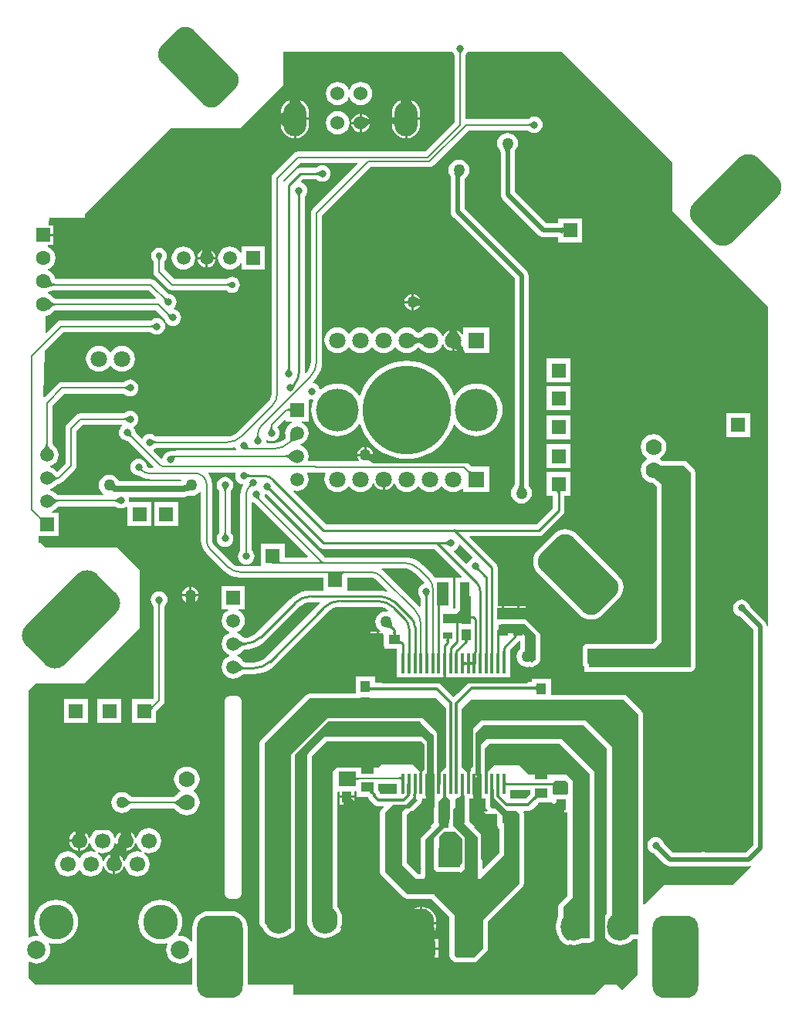
<source format=gbl>
G04*
G04 #@! TF.GenerationSoftware,Altium Limited,Altium Designer,20.0.13 (296)*
G04*
G04 Layer_Physical_Order=2*
G04 Layer_Color=16711680*
%FSTAX24Y24*%
%MOIN*%
G70*
G01*
G75*
%ADD14C,0.0100*%
%ADD22C,0.0080*%
%ADD27R,0.0315X0.0433*%
%ADD32R,0.0472X0.0433*%
%ADD34R,0.0433X0.0315*%
%ADD47R,0.0433X0.0472*%
%ADD101C,0.0080*%
%ADD102C,0.0400*%
%ADD103C,0.0100*%
%ADD104C,0.0197*%
%ADD106C,0.0276*%
%ADD107C,0.0394*%
%ADD108C,0.0300*%
%ADD110R,0.0630X0.0630*%
%ADD111O,0.1100X0.1200*%
%ADD112C,0.0709*%
G04:AMPARAMS|DCode=113|XSize=354.3mil|YSize=196.9mil|CornerRadius=49.2mil|HoleSize=0mil|Usage=FLASHONLY|Rotation=135.000|XOffset=0mil|YOffset=0mil|HoleType=Round|Shape=RoundedRectangle|*
%AMROUNDEDRECTD113*
21,1,0.3543,0.0984,0,0,135.0*
21,1,0.2559,0.1969,0,0,135.0*
1,1,0.0984,-0.0557,0.1253*
1,1,0.0984,0.1253,-0.0557*
1,1,0.0984,0.0557,-0.1253*
1,1,0.0984,-0.1253,0.0557*
%
%ADD113ROUNDEDRECTD113*%
G04:AMPARAMS|DCode=114|XSize=393.7mil|YSize=236.2mil|CornerRadius=59.1mil|HoleSize=0mil|Usage=FLASHONLY|Rotation=225.000|XOffset=0mil|YOffset=0mil|HoleType=Round|Shape=RoundedRectangle|*
%AMROUNDEDRECTD114*
21,1,0.3937,0.1181,0,0,225.0*
21,1,0.2756,0.2362,0,0,225.0*
1,1,0.1181,-0.1392,-0.0557*
1,1,0.1181,0.0557,0.1392*
1,1,0.1181,0.1392,0.0557*
1,1,0.1181,-0.0557,-0.1392*
%
%ADD114ROUNDEDRECTD114*%
%ADD115C,0.3819*%
%ADD116C,0.1850*%
%ADD117R,0.0709X0.0709*%
%ADD118R,0.0630X0.0630*%
%ADD119C,0.0700*%
G04:AMPARAMS|DCode=120|XSize=433.1mil|YSize=236.2mil|CornerRadius=59.1mil|HoleSize=0mil|Usage=FLASHONLY|Rotation=225.000|XOffset=0mil|YOffset=0mil|HoleType=Round|Shape=RoundedRectangle|*
%AMROUNDEDRECTD120*
21,1,0.4331,0.1181,0,0,225.0*
21,1,0.3150,0.2362,0,0,225.0*
1,1,0.1181,-0.1531,-0.0696*
1,1,0.1181,0.0696,0.1531*
1,1,0.1181,0.1531,0.0696*
1,1,0.1181,-0.0696,-0.1531*
%
%ADD120ROUNDEDRECTD120*%
%ADD121C,0.0630*%
%ADD122R,0.0598X0.0598*%
%ADD123C,0.0598*%
%ADD124C,0.0669*%
%ADD125C,0.0787*%
%ADD126C,0.1500*%
%ADD127R,0.0720X0.0720*%
%ADD128C,0.0720*%
G04:AMPARAMS|DCode=129|XSize=354.3mil|YSize=196.9mil|CornerRadius=49.2mil|HoleSize=0mil|Usage=FLASHONLY|Rotation=90.000|XOffset=0mil|YOffset=0mil|HoleType=Round|Shape=RoundedRectangle|*
%AMROUNDEDRECTD129*
21,1,0.3543,0.0984,0,0,90.0*
21,1,0.2559,0.1969,0,0,90.0*
1,1,0.0984,0.0492,0.1280*
1,1,0.0984,0.0492,-0.1280*
1,1,0.0984,-0.0492,-0.1280*
1,1,0.0984,-0.0492,0.1280*
%
%ADD129ROUNDEDRECTD129*%
%ADD130C,0.0600*%
%ADD131O,0.1000X0.1500*%
%ADD132R,0.0598X0.0598*%
%ADD133C,0.0276*%
%ADD134C,0.0500*%
%ADD135C,0.0315*%
%ADD136R,0.0512X0.0591*%
%ADD137R,0.0512X0.0591*%
%ADD138R,0.0550X0.0433*%
%ADD139R,0.0169X0.0866*%
%ADD140C,0.0118*%
G36*
X024997Y054824D02*
X024985Y05481D01*
X024974Y054797D01*
X024965Y054783D01*
X024958Y05477D01*
X024951Y054756D01*
X024946Y054743D01*
X024943Y05473D01*
X024941Y054716D01*
X02494Y054703D01*
X02486D01*
X024859Y054716D01*
X024857Y05473D01*
X024854Y054743D01*
X024849Y054756D01*
X024842Y05477D01*
X024835Y054783D01*
X024826Y054797D01*
X024815Y05481D01*
X024803Y054824D01*
X02479Y054838D01*
X02501D01*
X024997Y054824D01*
D02*
G37*
G36*
X027988Y05154D02*
X027974Y051553D01*
X02796Y051565D01*
X027947Y051576D01*
X027933Y051585D01*
X02792Y051592D01*
X027906Y051599D01*
X027893Y051604D01*
X02788Y051607D01*
X027866Y051609D01*
X027853Y05161D01*
Y05169D01*
X027866Y051691D01*
X02788Y051693D01*
X027893Y051696D01*
X027906Y051701D01*
X02792Y051708D01*
X027933Y051715D01*
X027947Y051724D01*
X02796Y051735D01*
X027974Y051747D01*
X027988Y05176D01*
Y05154D01*
D02*
G37*
G36*
X03405Y05005D02*
Y04795D01*
X0382Y0438D01*
Y030011D01*
X03815Y030008D01*
X038141Y030078D01*
X038111Y03015D01*
X038063Y030213D01*
X037424Y030852D01*
X037421Y030857D01*
X0374Y030878D01*
X037398Y030893D01*
X037362Y03098D01*
X037305Y031055D01*
X03723Y031112D01*
X037143Y031148D01*
X03705Y031161D01*
X036957Y031148D01*
X03687Y031112D01*
X036795Y031055D01*
X036738Y03098D01*
X036702Y030893D01*
X036689Y0308D01*
X036702Y030707D01*
X036738Y03062D01*
X036795Y030545D01*
X03687Y030488D01*
X036957Y030452D01*
X036971Y03045D01*
X036982Y03044D01*
X036991Y030432D01*
X036996Y030428D01*
X037549Y029875D01*
Y020575D01*
X037225Y020251D01*
X035476D01*
X035472Y020275D01*
X035328D01*
X035324Y020251D01*
X034075D01*
X033724Y020602D01*
X033721Y020607D01*
X0337Y020628D01*
X033698Y020643D01*
X033662Y02073D01*
X033605Y020805D01*
X03353Y020862D01*
X033443Y020898D01*
X03335Y020911D01*
X033257Y020898D01*
X03317Y020862D01*
X033095Y020805D01*
X033038Y02073D01*
X033002Y020643D01*
X032989Y02055D01*
X033002Y020457D01*
X033038Y02037D01*
X033095Y020295D01*
X03317Y020238D01*
X033257Y020202D01*
X033271Y0202D01*
X033282Y02019D01*
X033291Y020182D01*
X033296Y020178D01*
X033737Y019737D01*
X0338Y019689D01*
X033872Y019659D01*
X03395Y019649D01*
X03735D01*
X037428Y019659D01*
X037446Y019667D01*
X037474Y019624D01*
X0367Y01885D01*
X0337D01*
X03285Y018D01*
X032804Y018019D01*
Y0262D01*
X032804Y0262D01*
X032788Y026278D01*
X032744Y026344D01*
X032094Y026994D01*
X032094Y026994D01*
X032028Y027038D01*
X03195Y027054D01*
X028817D01*
Y027736D01*
X027983D01*
Y027611D01*
X027836D01*
X027775Y02755D01*
X02525D01*
X0248Y0271D01*
X02478D01*
X024625Y026945D01*
X02447Y0271D01*
X02445D01*
X024Y02755D01*
X021525D01*
X021514Y027561D01*
X021217D01*
Y027836D01*
X020383D01*
Y027104D01*
X0184Y027104D01*
X018322Y027088D01*
X018256Y027044D01*
X018256Y027044D01*
X016306Y025094D01*
X016262Y025028D01*
X016246Y02495D01*
Y0172D01*
X016262Y017122D01*
X016306Y017056D01*
X016358Y017004D01*
X016423Y016881D01*
X016517Y016767D01*
X016631Y016673D01*
X016762Y016604D01*
X016903Y016561D01*
X01705Y016546D01*
X017197Y016561D01*
X017338Y016604D01*
X017469Y016673D01*
X01756Y016748D01*
X017628Y016762D01*
X017694Y016806D01*
X017744Y016856D01*
X017767Y01689D01*
Y024484D01*
X019183Y0259D01*
X02315Y0259D01*
X023204Y025846D01*
X023208D01*
X023677Y025378D01*
X023681Y025373D01*
X023681Y025372D01*
X023683Y025367D01*
X02375Y0253D01*
Y0236D01*
Y022768D01*
X023798D01*
X023792Y022767D01*
X023786Y022764D01*
X023781Y022759D01*
X023777Y022752D01*
X023773Y022743D01*
X02377Y022732D01*
X023768Y022719D01*
X023766Y022704D01*
X023765Y022668D01*
X02375D01*
Y022534D01*
X023759Y022517D01*
X02375Y02247D01*
Y02195D01*
Y02155D01*
X023583Y021383D01*
X02363D01*
X023649Y021337D01*
X023256Y020944D01*
X023212Y020878D01*
X0232Y02082D01*
Y0196D01*
X02325Y01955D01*
X023196D01*
Y019304D01*
X023084D01*
X022604Y019784D01*
Y019946D01*
X0226Y01995D01*
Y02185D01*
X022675Y021925D01*
X02265Y02195D01*
X02275Y02205D01*
X022906D01*
X022901Y022063D01*
X023194Y022356D01*
X023238Y022422D01*
X023254Y0225D01*
X023248Y022528D01*
X02328Y022567D01*
X023437D01*
Y023363D01*
X0234Y0234D01*
X023416Y023464D01*
X023392Y02345D01*
X023419Y023478D01*
X02345Y0236D01*
X023467D01*
X023467Y02505D01*
X023367Y02515D01*
D01*
D01*
X023279Y025238D01*
X023278Y025238D01*
X02322Y02525D01*
X01913Y02525D01*
X019072Y025238D01*
X019006Y025194D01*
X018356Y024544D01*
X018312Y024478D01*
X018296Y0244D01*
Y01725D01*
X018298Y017238D01*
X018297Y017227D01*
X018306Y0172D01*
X018306Y017198D01*
X018311Y017153D01*
X018354Y017012D01*
X018423Y016881D01*
X018517Y016767D01*
X018631Y016673D01*
X018762Y016604D01*
X018903Y016561D01*
X01905Y016546D01*
X019197Y016561D01*
X019338Y016604D01*
X019469Y016673D01*
X01956Y016748D01*
X019562Y016748D01*
X019573Y016747D01*
X0196Y016756D01*
X019628Y016762D01*
X019638Y016768D01*
X019649Y016772D01*
X019671Y01679D01*
X019694Y016806D01*
X019701Y016816D01*
X01971Y016823D01*
X019723Y016848D01*
X019738Y016872D01*
X019741Y016884D01*
X019746Y016894D01*
X019748Y016922D01*
X019754Y01695D01*
X019752Y016962D01*
X019753Y016973D01*
X019744Y017D01*
X019743Y017005D01*
X019746Y017012D01*
X019789Y017153D01*
X019804Y0173D01*
Y0174D01*
X019789Y017547D01*
X019746Y017688D01*
X019677Y017819D01*
X019607Y017904D01*
X019606Y017906D01*
X019604Y017908D01*
Y022854D01*
X019643Y02288D01*
X01965Y022882D01*
X019683Y022865D01*
Y0227D01*
X0198D01*
X02Y022725D01*
Y0228D01*
X020067Y022733D01*
X0202Y02275D01*
Y0227D01*
X020317D01*
Y022863D01*
X02035Y022896D01*
X020386Y022903D01*
X020425Y022872D01*
Y02264D01*
X020906D01*
X020911Y022639D01*
X020914Y022638D01*
X020916Y022637D01*
X020921Y022634D01*
X020928Y022629D01*
X020935Y022623D01*
X020936Y022613D01*
X020962Y02255D01*
X021004Y022496D01*
X021184Y022315D01*
X021239Y022274D01*
X021302Y022248D01*
X021369Y022239D01*
X021585D01*
X021604Y022193D01*
X021506Y022094D01*
X021462Y022028D01*
X021446Y02195D01*
X021446Y0194D01*
X021462Y019322D01*
X021506Y019256D01*
X022456Y018306D01*
X022522Y018262D01*
X0226Y018246D01*
X023666Y018246D01*
X024446Y017466D01*
Y0158D01*
X024462Y015722D01*
X024494Y015673D01*
Y015605D01*
X024557D01*
X024606Y015556D01*
X024672Y015512D01*
X02475Y015496D01*
X0255D01*
X025578Y015512D01*
X025644Y015556D01*
X026044Y015956D01*
X026088Y016022D01*
X026104Y0161D01*
X026104Y017266D01*
X027244Y018406D01*
X027594Y018756D01*
X027638Y018822D01*
X027654Y0189D01*
Y0219D01*
X027638Y021978D01*
X027627Y021995D01*
X027651Y022039D01*
X027835D01*
X027903Y022048D01*
X027966Y022074D01*
X02802Y022115D01*
X028259Y022355D01*
X028265Y022358D01*
X028299Y022389D01*
X028301Y02239D01*
X028875D01*
X028882Y02235D01*
X02895D01*
X02905Y02245D01*
X0294Y02235D01*
Y021964D01*
X029517D01*
X029546Y021926D01*
Y018384D01*
X029206Y018044D01*
X029162Y017978D01*
X029146Y0179D01*
Y017468D01*
X029104Y017388D01*
X029061Y017247D01*
X029046Y0171D01*
Y017D01*
X029061Y016853D01*
X029104Y016712D01*
X029152Y016622D01*
X029162Y016572D01*
X029206Y016506D01*
X029406Y016306D01*
X029472Y016262D01*
X02955Y016246D01*
X029628Y016262D01*
X029635Y016266D01*
X029653Y016261D01*
X0298Y016246D01*
X029947Y016261D01*
X030088Y016304D01*
X030168Y016346D01*
X0305D01*
X030578Y016362D01*
X030644Y016406D01*
X030688Y016472D01*
X030704Y01655D01*
Y01705D01*
X030704Y02365D01*
X030704Y02365D01*
X030688Y023728D01*
X030644Y023794D01*
X030644Y023794D01*
X029344Y025094D01*
X029278Y025138D01*
X0292Y025154D01*
X02615D01*
X026072Y025138D01*
X026006Y025094D01*
X025808Y024896D01*
X0258Y024884D01*
Y0234D01*
X0258Y0234D01*
X0258Y0234D01*
Y023316D01*
X025762Y023362D01*
Y022768D01*
X025845D01*
X025839Y022767D01*
X025833Y022764D01*
X025828Y022759D01*
X025824Y022752D01*
X02582Y022743D01*
X025817Y022732D01*
X025815Y022719D01*
X025813Y022704D01*
X025812Y022668D01*
X025762D01*
Y022567D01*
X025996D01*
Y02225D01*
X026012Y022172D01*
X026056Y022106D01*
X026099Y022063D01*
X02608Y022017D01*
X025933D01*
X0262Y02175D01*
X0264D01*
Y0216D01*
X026375Y021575D01*
X0264Y02155D01*
X0265D01*
Y021383D01*
X026514D01*
Y021283D01*
X026596D01*
Y020234D01*
X0259Y019539D01*
X025854Y019558D01*
Y019896D01*
X0258Y01995D01*
Y021035D01*
X025794Y021044D01*
X025501Y021337D01*
X025519Y021381D01*
X0254Y0215D01*
X0253Y0216D01*
Y0224D01*
X025304Y022404D01*
Y022567D01*
X025467D01*
X0255Y0226D01*
X02545Y02265D01*
Y022734D01*
X025448Y022743D01*
X025444Y022752D01*
X02544Y022759D01*
X025435Y022764D01*
X025429Y022767D01*
X025422Y022768D01*
X02545D01*
Y02345D01*
X02555D01*
X025625Y023525D01*
X02555Y023614D01*
X02555Y0254D01*
X025654Y025504D01*
Y025516D01*
X025884Y025746D01*
X025896D01*
X0259Y02575D01*
X03Y02575D01*
X030004Y025746D01*
X030216D01*
X031246Y024716D01*
Y017607D01*
X031173Y017519D01*
X03115Y017475D01*
Y016625D01*
X031173Y016581D01*
X031261Y016474D01*
X031262Y016472D01*
X031306Y016406D01*
X031372Y016362D01*
X031422Y016352D01*
X031512Y016304D01*
X031653Y016261D01*
X0318Y016246D01*
X031947Y016261D01*
X032088Y016304D01*
X032219Y016373D01*
X032333Y016467D01*
X032357Y016496D01*
X03255D01*
Y01495D01*
X0319Y0143D01*
X03165Y01455D01*
X03115D01*
X030709Y014109D01*
X018092D01*
X0177Y0141D01*
Y01455D01*
X015715D01*
Y017009D01*
X015702Y017145D01*
X015662Y017275D01*
X015598Y017395D01*
X015511Y017501D01*
X015406Y017587D01*
X015286Y017652D01*
X015155Y017691D01*
X01502Y017705D01*
X014035D01*
X0139Y017691D01*
X013769Y017652D01*
X013649Y017587D01*
X013544Y017501D01*
X013457Y017395D01*
X013393Y017275D01*
X013353Y017145D01*
X01334Y017009D01*
Y016396D01*
X01329Y016389D01*
X013222Y016471D01*
X013132Y016545D01*
X013029Y0166D01*
X012917Y016634D01*
X0128Y016646D01*
X012743Y01664D01*
X012718Y016688D01*
X012744Y01672D01*
X012832Y016885D01*
X012886Y017064D01*
X012905Y01725D01*
X012886Y017436D01*
X012832Y017615D01*
X012744Y01778D01*
X012625Y017925D01*
X01248Y018044D01*
X012315Y018132D01*
X012136Y018186D01*
X01195Y018205D01*
X011764Y018186D01*
X011585Y018132D01*
X01142Y018044D01*
X011275Y017925D01*
X011156Y01778D01*
X011068Y017615D01*
X011014Y017436D01*
X010995Y01725D01*
X011014Y017064D01*
X011068Y016885D01*
X011156Y01672D01*
X011275Y016575D01*
X01142Y016456D01*
X011585Y016368D01*
X011764Y016314D01*
X01195Y016295D01*
X012136Y016314D01*
X012232Y016343D01*
X012263Y016304D01*
X012249Y016278D01*
X012215Y016166D01*
X012204Y016049D01*
X012215Y015933D01*
X012249Y015821D01*
X012304Y015718D01*
X012379Y015627D01*
X012469Y015553D01*
X012572Y015498D01*
X012684Y015464D01*
X0128Y015453D01*
X012917Y015464D01*
X013029Y015498D01*
X013132Y015553D01*
X013222Y015627D01*
X01329Y01571D01*
X01334Y015702D01*
Y01455D01*
X00655D01*
X00625Y01485D01*
Y015506D01*
X0063Y015536D01*
X006371Y015498D01*
X006483Y015464D01*
X0066Y015453D01*
X006716Y015464D01*
X006828Y015498D01*
X006931Y015553D01*
X007021Y015627D01*
X007096Y015718D01*
X007151Y015821D01*
X007185Y015933D01*
X007196Y016049D01*
X007185Y016166D01*
X007151Y016278D01*
X007137Y016304D01*
X007168Y016343D01*
X007264Y016314D01*
X00745Y016295D01*
X007636Y016314D01*
X007815Y016368D01*
X00798Y016456D01*
X008125Y016575D01*
X008244Y01672D01*
X008332Y016885D01*
X008386Y017064D01*
X008405Y01725D01*
X008386Y017436D01*
X008332Y017615D01*
X008244Y01778D01*
X008125Y017925D01*
X00798Y018044D01*
X007815Y018132D01*
X007636Y018186D01*
X00745Y018205D01*
X007264Y018186D01*
X007085Y018132D01*
X00692Y018044D01*
X006775Y017925D01*
X006656Y01778D01*
X006568Y017615D01*
X006514Y017436D01*
X006495Y01725D01*
X006514Y017064D01*
X006568Y016885D01*
X006656Y01672D01*
X006682Y016688D01*
X006657Y01664D01*
X0066Y016646D01*
X006483Y016634D01*
X006371Y0166D01*
X0063Y016562D01*
X00625Y016592D01*
Y02725D01*
X00655Y02755D01*
X00865D01*
X01105Y02995D01*
Y03245D01*
X0101Y0334D01*
X007D01*
X0068Y0336D01*
X006736D01*
X006701Y033636D01*
X00671Y033901D01*
X007549D01*
Y034899D01*
X007276D01*
X007266Y034949D01*
X007302Y034964D01*
X007406Y035044D01*
X007423Y035066D01*
X007433Y035073D01*
X007484Y035131D01*
X007503Y035149D01*
X007519Y035164D01*
X007533Y035174D01*
X007542Y03518D01*
X010002D01*
X010003Y03518D01*
X010006Y035178D01*
X010027Y035165D01*
X010038Y035157D01*
X010053Y03515D01*
X01007Y035138D01*
X010157Y035102D01*
X01025Y035089D01*
X010343Y035102D01*
X01043Y035138D01*
X010485Y03518D01*
X010535Y035155D01*
Y034335D01*
X011565D01*
Y035365D01*
X010637D01*
X010604Y035403D01*
X010611Y03545D01*
X010599Y035537D01*
X010605Y035557D01*
X010625Y035587D01*
X012974D01*
X013062Y035599D01*
X013145Y035633D01*
X013161Y035645D01*
X013208Y035651D01*
X013298Y035639D01*
X013416Y035655D01*
X013525Y0357D01*
X013619Y035772D01*
X013655Y035819D01*
X013705Y035802D01*
Y033712D01*
X013707Y033702D01*
X013721Y033565D01*
X013764Y033423D01*
X013834Y033292D01*
X013921Y033186D01*
X013927Y033177D01*
X014727Y032377D01*
X014729Y032376D01*
X014868Y032262D01*
X015028Y032176D01*
X015202Y032123D01*
X015381Y032106D01*
X015383Y032105D01*
X018985D01*
Y031555D01*
X018464D01*
X018456Y031553D01*
X018268Y031538D01*
X018077Y031493D01*
X017895Y031417D01*
X017727Y031314D01*
X017584Y031192D01*
X017577Y031187D01*
X016113Y029723D01*
X016106Y029713D01*
X016002Y029628D01*
X015872Y029558D01*
X015732Y029516D01*
X015598Y029503D01*
X015586Y029505D01*
X015581D01*
X015575Y029508D01*
X015563Y029514D01*
X015548Y029524D01*
X015531Y029537D01*
X015483Y029579D01*
X015458Y029604D01*
X015456Y029606D01*
X015352Y029686D01*
X015263Y029723D01*
Y029777D01*
X015352Y029814D01*
X015456Y029894D01*
X015536Y029998D01*
X015586Y03012D01*
X015604Y03025D01*
X015586Y03038D01*
X015536Y030502D01*
X015456Y030606D01*
X015352Y030686D01*
X015316Y030701D01*
X015326Y030751D01*
X015599D01*
Y031749D01*
X014601D01*
Y030751D01*
X014874D01*
X014884Y030701D01*
X014848Y030686D01*
X014744Y030606D01*
X014664Y030502D01*
X014614Y03038D01*
X014596Y03025D01*
X014614Y03012D01*
X014664Y029998D01*
X014744Y029894D01*
X014848Y029814D01*
X014937Y029777D01*
Y029723D01*
X014848Y029686D01*
X014744Y029606D01*
X014664Y029502D01*
X014614Y02938D01*
X014596Y02925D01*
X014614Y02912D01*
X014664Y028998D01*
X014744Y028894D01*
X014848Y028814D01*
X014937Y028777D01*
Y028723D01*
X014848Y028686D01*
X014744Y028606D01*
X014664Y028502D01*
X014614Y02838D01*
X014596Y02825D01*
X014614Y02812D01*
X014664Y027998D01*
X014744Y027894D01*
X014848Y027814D01*
X01497Y027764D01*
X0151Y027746D01*
X01523Y027764D01*
X015352Y027814D01*
X015378Y027834D01*
X015392Y02784D01*
X015462Y027889D01*
X015488Y027905D01*
X015538Y027933D01*
X015553Y02794D01*
X015565Y027944D01*
X015567Y027945D01*
X016D01*
X016009Y027947D01*
X016191Y027961D01*
X016377Y028006D01*
X016554Y028079D01*
X016717Y028179D01*
X016855Y028297D01*
X016863Y028303D01*
X019187Y030627D01*
X019194Y030637D01*
X019298Y030722D01*
X019428Y030792D01*
X019568Y030834D01*
X019702Y030847D01*
X019714Y030845D01*
X021336D01*
X021348Y030847D01*
X021482Y030834D01*
X021622Y030792D01*
X021752Y030722D01*
X021788Y030693D01*
X021767Y030645D01*
X0217Y030654D01*
X021583Y030638D01*
X021473Y030593D01*
X021379Y030521D01*
X021307Y030427D01*
X021262Y030317D01*
X021246Y0302D01*
X021262Y030083D01*
X021307Y029973D01*
X021379Y029879D01*
X021461Y029817D01*
X021445Y029767D01*
X0214D01*
Y0297D01*
X02155D01*
X0216Y02955D01*
Y029133D01*
X021614D01*
Y029033D01*
X022101D01*
X02215Y029033D01*
Y0278D01*
X024173D01*
X024174Y027806D01*
X024176Y02782D01*
X024176Y027834D01*
X024276Y02785D01*
X024277Y027835D01*
X024279Y027821D01*
X024282Y027807D01*
X024285Y0278D01*
X02707D01*
Y0288D01*
X02707Y028801D01*
X02707Y02881D01*
Y028818D01*
X027073Y028832D01*
X02707Y028846D01*
Y02901D01*
X027446Y029386D01*
X027496Y029365D01*
Y029034D01*
X027479Y029021D01*
X027407Y028927D01*
X027362Y028817D01*
X027346Y0287D01*
X027362Y028583D01*
X027407Y028473D01*
X027479Y028379D01*
X027573Y028307D01*
X027683Y028262D01*
X0278Y028246D01*
X027887Y028258D01*
X02795Y028245D01*
X027977Y028251D01*
X02798Y02825D01*
X02802D01*
X028078Y028262D01*
X028144Y028306D01*
X028193Y028355D01*
X028228Y028362D01*
X028294Y028406D01*
X028338Y028472D01*
X02835Y02853D01*
Y02967D01*
X028338Y029728D01*
X028294Y029794D01*
X027844Y030244D01*
X027817Y030263D01*
Y030283D01*
X027814Y030286D01*
X027781D01*
X027778Y030288D01*
X02772Y0303D01*
X0265D01*
Y0308D01*
X0267D01*
Y030886D01*
X026529D01*
Y032526D01*
X026509Y032624D01*
X026454Y032707D01*
X025312Y033849D01*
X025331Y033895D01*
X0283D01*
X028398Y033914D01*
X02848Y03397D01*
X02933Y03482D01*
X029385Y034902D01*
X029405Y035D01*
Y035635D01*
X029665D01*
Y036665D01*
X028635D01*
Y035635D01*
X028895D01*
Y035106D01*
X028194Y034405D01*
X019106D01*
X017688Y035823D01*
X017716Y035865D01*
X01772Y035864D01*
X01785Y035846D01*
X01798Y035864D01*
X018102Y035914D01*
X018206Y035994D01*
X018286Y036098D01*
X018336Y03622D01*
X018354Y03635D01*
X018336Y03648D01*
X018286Y036602D01*
X018279Y03661D01*
X018302Y036655D01*
X018601D01*
X018662Y036643D01*
X019067D01*
X019101Y036593D01*
X01906Y036495D01*
X019041Y03635D01*
X01906Y036205D01*
X019116Y03607D01*
X019205Y035955D01*
X01932Y035866D01*
X019455Y03581D01*
X0196Y035791D01*
X019745Y03581D01*
X01988Y035866D01*
X019995Y035955D01*
X02007Y036051D01*
X020078Y036055D01*
X020122D01*
X02013Y036051D01*
X020205Y035955D01*
X02032Y035866D01*
X020455Y03581D01*
X0206Y035791D01*
X020745Y03581D01*
X02088Y035866D01*
X020995Y035955D01*
X021084Y03607D01*
X021127Y036174D01*
X021181D01*
X021203Y036121D01*
X021276Y036026D01*
X021371Y035953D01*
X021481Y035907D01*
X02155Y035898D01*
Y03635D01*
X02165D01*
Y035898D01*
X021719Y035907D01*
X021829Y035953D01*
X021924Y036026D01*
X021997Y036121D01*
X022019Y036174D01*
X022073D01*
X022116Y03607D01*
X022205Y035955D01*
X02232Y035866D01*
X022455Y03581D01*
X0226Y035791D01*
X022745Y03581D01*
X02288Y035866D01*
X022995Y035955D01*
X02307Y036051D01*
X023078Y036055D01*
X023122D01*
X02313Y036051D01*
X023205Y035955D01*
X02332Y035866D01*
X023455Y03581D01*
X0236Y035791D01*
X023745Y03581D01*
X02388Y035866D01*
X023995Y035955D01*
X02407Y036051D01*
X024078Y036055D01*
X024122D01*
X02413Y036051D01*
X024205Y035955D01*
X02432Y035866D01*
X024455Y03581D01*
X0246Y035791D01*
X024745Y03581D01*
X02488Y035866D01*
X024995Y035955D01*
X024998Y035959D01*
X025046Y035942D01*
Y035796D01*
X026154D01*
Y036904D01*
X025392D01*
X025235Y037061D01*
X025156Y037114D01*
X025062Y037132D01*
X021099D01*
X021097Y037137D01*
X021062Y037099D01*
X021044Y037116D01*
X021025Y037131D01*
X021007Y037143D01*
X020988Y037153D01*
X020969Y03716D01*
X02095Y037165D01*
X020931Y037168D01*
X020912Y037168D01*
X020892Y037166D01*
X020873Y037161D01*
X020976Y03735D01*
X020454D01*
X020459Y037309D01*
X020494Y037223D01*
X020526Y037183D01*
X020501Y037132D01*
X018711D01*
X01865Y037145D01*
X01835D01*
X018323Y037186D01*
X018336Y03722D01*
X018354Y03735D01*
X018336Y03748D01*
X018286Y037602D01*
X018206Y037706D01*
X018102Y037786D01*
X018013Y037823D01*
Y037877D01*
X018102Y037914D01*
X018206Y037994D01*
X018286Y038098D01*
X018336Y03822D01*
X018354Y03835D01*
X018336Y03848D01*
X018286Y038602D01*
X018206Y038706D01*
X018102Y038786D01*
X018066Y038801D01*
X018076Y038851D01*
X018349D01*
Y039781D01*
X018391Y039808D01*
X018407Y039802D01*
X0185Y039789D01*
X018518Y039792D01*
X018549Y039752D01*
X018527Y039699D01*
X018485Y039527D01*
X018471Y03935D01*
X018485Y039173D01*
X018527Y039001D01*
X018594Y038838D01*
X018687Y038687D01*
X018802Y038552D01*
X018937Y038437D01*
X019088Y038344D01*
X019251Y038277D01*
X019423Y038235D01*
X0196Y038221D01*
X019777Y038235D01*
X019949Y038277D01*
X020112Y038344D01*
X020263Y038437D01*
X020398Y038552D01*
X020513Y038687D01*
X020537Y038725D01*
X020586Y038719D01*
X020647Y038541D01*
X020769Y038293D01*
X020923Y038063D01*
X021105Y037855D01*
X021313Y037673D01*
X021543Y037519D01*
X021791Y037397D01*
X022053Y037308D01*
X022324Y037254D01*
X0226Y037236D01*
X022876Y037254D01*
X023147Y037308D01*
X023409Y037397D01*
X023657Y037519D01*
X023887Y037673D01*
X024095Y037855D01*
X024277Y038063D01*
X024431Y038293D01*
X024553Y038541D01*
X024614Y038719D01*
X024663Y038725D01*
X024687Y038687D01*
X024802Y038552D01*
X024937Y038437D01*
X025088Y038344D01*
X025251Y038277D01*
X025423Y038235D01*
X0256Y038221D01*
X025777Y038235D01*
X025949Y038277D01*
X026112Y038344D01*
X026263Y038437D01*
X026398Y038552D01*
X026513Y038687D01*
X026606Y038838D01*
X026673Y039001D01*
X026715Y039173D01*
X026729Y03935D01*
X026715Y039527D01*
X026673Y039699D01*
X026606Y039862D01*
X026513Y040013D01*
X026398Y040148D01*
X026263Y040263D01*
X026112Y040356D01*
X025949Y040423D01*
X025777Y040465D01*
X0256Y040479D01*
X025423Y040465D01*
X025251Y040423D01*
X025088Y040356D01*
X024937Y040263D01*
X024802Y040148D01*
X024687Y040013D01*
X024663Y039975D01*
X024614Y039981D01*
X024553Y040159D01*
X024431Y040407D01*
X024277Y040637D01*
X024095Y040845D01*
X023887Y041027D01*
X023657Y041181D01*
X023409Y041303D01*
X023147Y041392D01*
X022876Y041446D01*
X0226Y041464D01*
X022324Y041446D01*
X022053Y041392D01*
X021791Y041303D01*
X021543Y041181D01*
X021313Y041027D01*
X021105Y040845D01*
X020923Y040637D01*
X020769Y040407D01*
X020647Y040159D01*
X020586Y039981D01*
X020537Y039975D01*
X020513Y040013D01*
X020398Y040148D01*
X020263Y040263D01*
X020112Y040356D01*
X019949Y040423D01*
X019777Y040465D01*
X0196Y040479D01*
X019423Y040465D01*
X019251Y040423D01*
X019088Y040356D01*
X018937Y040263D01*
X018894Y040227D01*
X018845Y040251D01*
X018812Y04033D01*
X018755Y040405D01*
X01868Y040462D01*
X018593Y040498D01*
X018562Y040502D01*
X018546Y04055D01*
X01859Y040594D01*
X018595Y040601D01*
X018713Y040739D01*
X018812Y040901D01*
X018885Y041076D01*
X018929Y041261D01*
X018943Y041442D01*
X018945Y04145D01*
Y047736D01*
X021034Y049825D01*
X023575D01*
X023668Y049844D01*
X023748Y049897D01*
X025256Y051405D01*
X027833D01*
X027836Y051403D01*
X027845Y051394D01*
X027856Y051387D01*
X02792Y051338D01*
X028007Y051302D01*
X0281Y051289D01*
X028193Y051302D01*
X02828Y051338D01*
X028355Y051395D01*
X028412Y05147D01*
X028448Y051557D01*
X028461Y05165D01*
X028448Y051743D01*
X028412Y05183D01*
X028355Y051905D01*
X02828Y051962D01*
X028193Y051998D01*
X0281Y052011D01*
X028007Y051998D01*
X02792Y051962D01*
X027856Y051913D01*
X027845Y051906D01*
X027836Y051897D01*
X027833Y051895D01*
X025155D01*
X025145Y051903D01*
Y054683D01*
X025147Y054686D01*
X025156Y054695D01*
X025163Y054706D01*
X025212Y05477D01*
X025225Y0548D01*
X0293D01*
X03405Y05005D01*
D02*
G37*
G36*
X018838Y04944D02*
X018826Y049451D01*
X018813Y049461D01*
X018801Y04947D01*
X018788Y049478D01*
X018775Y049485D01*
X018762Y04949D01*
X018748Y049495D01*
X018735Y049498D01*
X018721Y049499D01*
X018706Y0495D01*
Y0496D01*
X018721Y049601D01*
X018735Y049602D01*
X018748Y049605D01*
X018762Y04961D01*
X018775Y049615D01*
X018788Y049622D01*
X018801Y04963D01*
X018813Y049639D01*
X018826Y049649D01*
X018838Y04966D01*
Y04944D01*
D02*
G37*
G36*
X020476Y049959D02*
X018527Y04801D01*
X018474Y047931D01*
X018455Y047837D01*
Y04145D01*
X018457Y041439D01*
X018445Y041309D01*
X018403Y041173D01*
X018336Y041048D01*
X018253Y040946D01*
X018244Y04094D01*
X018236Y040932D01*
X018215Y04094D01*
X018191Y040958D01*
Y048566D01*
X018194Y048568D01*
X018201Y048579D01*
X018248Y048642D01*
X018284Y048729D01*
X018297Y048822D01*
X018284Y048915D01*
X018248Y049002D01*
X018191Y049077D01*
X018117Y049134D01*
X018045Y049164D01*
X018027Y049216D01*
X018106Y049295D01*
X018694D01*
X018696Y049293D01*
X018707Y049286D01*
X01877Y049238D01*
X018857Y049202D01*
X01895Y049189D01*
X019043Y049202D01*
X01913Y049238D01*
X019205Y049295D01*
X019262Y04937D01*
X019298Y049457D01*
X019311Y04955D01*
X019298Y049643D01*
X019262Y04973D01*
X019205Y049805D01*
X01913Y049862D01*
X019043Y049898D01*
X01895Y049911D01*
X018857Y049898D01*
X01877Y049862D01*
X018707Y049814D01*
X018696Y049807D01*
X018694Y049805D01*
X018D01*
X017902Y049785D01*
X01782Y04973D01*
X01732Y04923D01*
X017307Y049211D01*
X017255Y049223D01*
X017251Y049255D01*
X018001Y050005D01*
X020457D01*
X020476Y049959D01*
D02*
G37*
G36*
X018035Y048698D02*
X018025Y048685D01*
X018016Y048673D01*
X018008Y04866D01*
X018001Y048647D01*
X017996Y048634D01*
X017992Y04862D01*
X017989Y048606D01*
X017987Y048592D01*
X017986Y048578D01*
X017886D01*
X017886Y048592D01*
X017884Y048606D01*
X017881Y04862D01*
X017877Y048634D01*
X017871Y048647D01*
X017865Y04866D01*
X017857Y048673D01*
X017848Y048685D01*
X017837Y048698D01*
X017826Y048709D01*
X018046D01*
X018035Y048698D01*
D02*
G37*
G36*
X024588Y05477D02*
X024637Y054706D01*
X024644Y054695D01*
X024653Y054686D01*
X024655Y054683D01*
Y051751D01*
X023399Y050495D01*
X0179D01*
X017806Y050476D01*
X017727Y050423D01*
X016827Y049523D01*
X016774Y049444D01*
X016755Y04935D01*
Y040033D01*
X016757Y040022D01*
X016744Y039919D01*
X0167Y039812D01*
X016636Y039729D01*
X016627Y039723D01*
X016627Y039723D01*
X016627Y039723D01*
X015277Y038373D01*
X015277Y038373D01*
X015277Y038373D01*
X015272Y038365D01*
X015186Y038295D01*
X01508Y038239D01*
X014966Y038204D01*
X014855Y038193D01*
X014846Y038195D01*
X011767D01*
X011764Y038197D01*
X011755Y038206D01*
X011744Y038213D01*
X01168Y038262D01*
X011593Y038298D01*
X0115Y038311D01*
X011407Y038298D01*
X01132Y038262D01*
X011245Y038205D01*
X011188Y03813D01*
X011184Y038121D01*
X011135Y038111D01*
X01089Y038356D01*
X01089Y038359D01*
X01089Y038373D01*
X010887Y038385D01*
X010877Y038465D01*
X010841Y038552D01*
X010813Y038588D01*
X010823Y038625D01*
X010835Y038641D01*
X010905Y038695D01*
X010962Y03877D01*
X010998Y038857D01*
X011011Y03895D01*
X010998Y039043D01*
X010962Y03913D01*
X010905Y039205D01*
X01083Y039262D01*
X010743Y039298D01*
X01065Y039311D01*
X010557Y039298D01*
X01047Y039262D01*
X010406Y039213D01*
X010395Y039206D01*
X010386Y039197D01*
X010383Y039195D01*
X0085D01*
X008406Y039176D01*
X008327Y039123D01*
X007927Y038723D01*
X007874Y038644D01*
X007855Y03855D01*
Y037051D01*
X007486Y036682D01*
X007436Y036726D01*
X007408Y036754D01*
X007406Y036756D01*
X007302Y036836D01*
X007213Y036873D01*
Y036927D01*
X007302Y036964D01*
X007406Y037044D01*
X007486Y037148D01*
X007536Y03727D01*
X007554Y0374D01*
X007536Y03753D01*
X007486Y037652D01*
X007406Y037756D01*
X007404Y037758D01*
X007376Y037786D01*
X00733Y037838D01*
X007315Y037856D01*
X007304Y037873D01*
X007296Y037885D01*
X007295Y037889D01*
Y039549D01*
X007801Y040055D01*
X010383D01*
X010386Y040053D01*
X010395Y040044D01*
X010406Y040037D01*
X01047Y039988D01*
X010557Y039952D01*
X01065Y039939D01*
X010743Y039952D01*
X01083Y039988D01*
X010905Y040045D01*
X010962Y04012D01*
X010998Y040207D01*
X011011Y0403D01*
X010998Y040393D01*
X010962Y04048D01*
X010905Y040555D01*
X01083Y040612D01*
X010743Y040648D01*
X01065Y040661D01*
X010557Y040648D01*
X01047Y040612D01*
X010406Y040563D01*
X010395Y040556D01*
X010386Y040547D01*
X010383Y040545D01*
X0077D01*
X007606Y040526D01*
X007527Y040473D01*
X006947Y039893D01*
X006901Y039913D01*
X006965Y041903D01*
X007768Y042705D01*
X011533D01*
X011536Y042703D01*
X011545Y042694D01*
X011556Y042687D01*
X01162Y042638D01*
X011707Y042602D01*
X0118Y042589D01*
X011893Y042602D01*
X01198Y042638D01*
X012055Y042695D01*
X012112Y04277D01*
X012148Y042857D01*
X012161Y04295D01*
X012148Y043043D01*
X012112Y04313D01*
X012055Y043205D01*
X01198Y043262D01*
X011893Y043298D01*
X0118Y043311D01*
X011707Y043298D01*
X01162Y043262D01*
X011556Y043213D01*
X011545Y043206D01*
X011536Y043197D01*
X011533Y043195D01*
X007768D01*
X007683Y043212D01*
X007589Y043193D01*
X00751Y04314D01*
X007036Y042666D01*
X00699Y042685D01*
X007013Y043395D01*
X007034Y043398D01*
X00716Y04345D01*
X007267Y043533D01*
X00727Y043536D01*
X007299Y043565D01*
X007355Y043615D01*
X007375Y043631D01*
X007394Y043644D01*
X007408Y043652D01*
X007414Y043655D01*
X011749D01*
X012127Y043277D01*
X012129Y043274D01*
X012152Y043221D01*
X012157Y043207D01*
Y043207D01*
X012157Y043207D01*
X012157Y043207D01*
X012169Y043187D01*
X012185Y043147D01*
X012243Y043072D01*
X012317Y043015D01*
X012404Y042979D01*
X012498Y042967D01*
X012591Y042979D01*
X012678Y043015D01*
X012753Y043072D01*
X01281Y043147D01*
X012846Y043234D01*
X012858Y043327D01*
X012846Y043421D01*
X01281Y043508D01*
X012753Y043582D01*
X012678Y04364D01*
X012591Y043676D01*
X012554Y04368D01*
X01254Y043733D01*
X012551Y043741D01*
X012609Y043816D01*
X012645Y043903D01*
X012657Y043996D01*
X012645Y04409D01*
X012609Y044177D01*
X012551Y044251D01*
X012477Y044309D01*
X01239Y044345D01*
X01231Y044355D01*
X012298Y044358D01*
X012284Y044358D01*
X012281Y044358D01*
X011716Y044923D01*
X011637Y044976D01*
X011543Y044995D01*
X007417D01*
X007414Y044999D01*
X007407Y045018D01*
X007402Y045034D01*
X007402Y045034D01*
X007401Y045035D01*
X007397Y045049D01*
X007392Y045058D01*
X00735Y04516D01*
X007267Y045267D01*
X00716Y04535D01*
X007104Y045373D01*
Y045427D01*
X00716Y04545D01*
X007267Y045533D01*
X00735Y04564D01*
X007402Y045766D01*
X007419Y0459D01*
X007402Y046034D01*
X00735Y04616D01*
X007267Y046267D01*
X00716Y04635D01*
X007108Y046371D01*
X007111Y046485D01*
X007315D01*
Y04685D01*
X0069D01*
Y04695D01*
X007315D01*
Y047315D01*
X007174D01*
X007139Y047351D01*
X007148Y047637D01*
X007194Y047656D01*
X0072Y04765D01*
X0087D01*
Y0478D01*
X0124Y0515D01*
X0154D01*
X01725Y05335D01*
Y0548D01*
X024575D01*
X024588Y05477D01*
D02*
G37*
G36*
X007215Y044949D02*
X007228Y044916D01*
X007243Y044886D01*
X007259Y044861D01*
X007276Y044839D01*
X007295Y044821D01*
X007315Y044808D01*
X007337Y044798D01*
X00736Y044792D01*
X007384Y04479D01*
X00734Y04471D01*
X007332Y044709D01*
X007318Y044706D01*
X007243Y044683D01*
X007003Y044602D01*
X007203Y044987D01*
X007215Y044949D01*
D02*
G37*
G36*
X011756Y044191D02*
X011737Y044145D01*
X007414D01*
X007408Y044148D01*
X007394Y044156D01*
X007379Y044166D01*
X007298Y044236D01*
X00727Y044264D01*
X007267Y044267D01*
X00716Y04435D01*
X00711Y04437D01*
X007112Y044424D01*
X007304Y044489D01*
X00736Y044505D01*
X011442D01*
X011756Y044191D01*
D02*
G37*
G36*
X01216Y04419D02*
X012171Y044183D01*
X012183Y044176D01*
X012196Y04417D01*
X01221Y044165D01*
X012225Y044161D01*
X012241Y044158D01*
X012258Y044155D01*
X012276Y044154D01*
X012295Y044154D01*
X012139Y043998D01*
X012139Y044017D01*
X012137Y044035D01*
X012135Y044052D01*
X012132Y044068D01*
X012128Y044083D01*
X012123Y044097D01*
X012117Y04411D01*
X01211Y044122D01*
X012102Y044133D01*
X012094Y044143D01*
X01215Y044199D01*
X01216Y04419D01*
D02*
G37*
G36*
X00716Y044086D02*
X007254Y044005D01*
X007282Y043985D01*
X007309Y043969D01*
X007335Y043956D01*
X007358Y043947D01*
X007381Y043942D01*
X007401Y04394D01*
Y04386D01*
X007381Y043858D01*
X007358Y043853D01*
X007335Y043844D01*
X007309Y043831D01*
X007282Y043815D01*
X007254Y043795D01*
X007224Y043772D01*
X00716Y043714D01*
X007125Y04368D01*
Y04412D01*
X00716Y044086D01*
D02*
G37*
G36*
X012321Y043486D02*
X012332Y043479D01*
X012344Y043473D01*
X012356Y043468D01*
X012369Y043465D01*
X012383Y043464D01*
X012397Y043464D01*
X012412Y043466D01*
X012427Y04347D01*
X012443Y043475D01*
X012349Y043276D01*
X012342Y043296D01*
X012312Y043364D01*
X012305Y043378D01*
X01229Y043401D01*
X012283Y04341D01*
X012275Y043418D01*
X012311Y043496D01*
X012321Y043486D01*
D02*
G37*
G36*
X011688Y04284D02*
X011674Y042853D01*
X01166Y042865D01*
X011647Y042876D01*
X011633Y042885D01*
X01162Y042892D01*
X011606Y042899D01*
X011593Y042904D01*
X01158Y042907D01*
X011566Y042909D01*
X011553Y04291D01*
Y04299D01*
X011566Y042991D01*
X01158Y042993D01*
X011593Y042996D01*
X011606Y043001D01*
X01162Y043008D01*
X011633Y043015D01*
X011647Y043024D01*
X01166Y043035D01*
X011674Y043047D01*
X011688Y04306D01*
Y04284D01*
D02*
G37*
G36*
X017551Y041129D02*
X017552Y041115D01*
X017555Y041102D01*
X01756Y041088D01*
X017565Y041075D01*
X017572Y041062D01*
X01758Y041049D01*
X017589Y041037D01*
X017599Y041024D01*
X01761Y041012D01*
X01739D01*
X017401Y041024D01*
X017411Y041037D01*
X01742Y041049D01*
X017428Y041062D01*
X017435Y041075D01*
X01744Y041088D01*
X017445Y041102D01*
X017448Y041115D01*
X017449Y041129D01*
X01745Y041144D01*
X01755D01*
X017551Y041129D01*
D02*
G37*
G36*
X010538Y04019D02*
X010524Y040203D01*
X01051Y040215D01*
X010497Y040226D01*
X010483Y040235D01*
X01047Y040242D01*
X010456Y040249D01*
X010443Y040254D01*
X01043Y040257D01*
X010416Y040259D01*
X010403Y04026D01*
Y04034D01*
X010416Y040341D01*
X01043Y040343D01*
X010443Y040346D01*
X010456Y040351D01*
X01047Y040358D01*
X010483Y040365D01*
X010497Y040374D01*
X01051Y040385D01*
X010524Y040397D01*
X010538Y04041D01*
Y04019D01*
D02*
G37*
G36*
X017553Y03927D02*
X017552Y039278D01*
X01755Y039284D01*
X017546Y03929D01*
X01754Y039296D01*
X017533Y0393D01*
X017524Y039304D01*
X017513Y039306D01*
X017501Y039308D01*
X017487Y03931D01*
X017472Y03931D01*
Y03939D01*
X017487Y03939D01*
X017501Y039392D01*
X017513Y039394D01*
X017524Y039396D01*
X017533Y0394D01*
X01754Y039404D01*
X017546Y03941D01*
X01755Y039416D01*
X017552Y039422D01*
X017553Y03943D01*
Y03927D01*
D02*
G37*
G36*
X010538Y03884D02*
X010524Y038853D01*
X01051Y038865D01*
X010497Y038876D01*
X010483Y038885D01*
X01047Y038892D01*
X010456Y038899D01*
X010443Y038904D01*
X01043Y038907D01*
X010416Y038909D01*
X010403Y03891D01*
Y03899D01*
X010416Y038991D01*
X01043Y038993D01*
X010443Y038996D01*
X010456Y039001D01*
X01047Y039008D01*
X010483Y039015D01*
X010497Y039024D01*
X01051Y039035D01*
X010524Y039047D01*
X010538Y03906D01*
Y03884D01*
D02*
G37*
G36*
X016791Y038584D02*
X016793Y03857D01*
X016796Y038557D01*
X016801Y038544D01*
X016808Y03853D01*
X016815Y038517D01*
X016824Y038503D01*
X016835Y03849D01*
X016847Y038476D01*
X01686Y038462D01*
X01664D01*
X016653Y038476D01*
X016665Y03849D01*
X016676Y038503D01*
X016685Y038517D01*
X016692Y03853D01*
X016699Y038544D01*
X016704Y038557D01*
X016707Y03857D01*
X016709Y038584D01*
X01671Y038597D01*
X01679D01*
X016791Y038584D01*
D02*
G37*
G36*
X010686Y038351D02*
X010688Y038333D01*
X01069Y038316D01*
X010693Y0383D01*
X010697Y038285D01*
X010702Y038271D01*
X010708Y038258D01*
X010715Y038246D01*
X010723Y038235D01*
X010731Y038225D01*
X010675Y038169D01*
X010665Y038177D01*
X010654Y038185D01*
X010642Y038192D01*
X010629Y038198D01*
X010615Y038203D01*
X010601Y038207D01*
X010584Y03821D01*
X010567Y038212D01*
X010549Y038214D01*
X01053Y038214D01*
X010686Y03837D01*
X010686Y038351D01*
D02*
G37*
G36*
X016204Y038247D02*
X016206Y038234D01*
X016209Y03822D01*
X016214Y038207D01*
X016221Y038194D01*
X016228Y03818D01*
X016238Y038167D01*
X016248Y038153D01*
X01626Y038139D01*
X016273Y038126D01*
X016053D01*
X016066Y038139D01*
X016078Y038153D01*
X016089Y038167D01*
X016098Y03818D01*
X016106Y038194D01*
X016112Y038207D01*
X016117Y03822D01*
X01612Y038234D01*
X016122Y038247D01*
X016123Y03826D01*
X016203D01*
X016204Y038247D01*
D02*
G37*
G36*
X017351Y038889D02*
Y038851D01*
X017624D01*
X017634Y038801D01*
X017598Y038786D01*
X017494Y038706D01*
X017414Y038602D01*
X017364Y03848D01*
X017346Y03835D01*
X017357Y038267D01*
X017357Y038248D01*
X017364Y038212D01*
X017368Y038184D01*
X017369Y038177D01*
X017366Y038127D01*
X01733Y038093D01*
X017257Y038034D01*
X017131Y037966D01*
X016993Y037924D01*
X016861Y037911D01*
X01685Y037913D01*
X016561D01*
X016519Y037961D01*
X016524Y038011D01*
X016545Y038027D01*
X016567Y03804D01*
X01657Y038038D01*
X016657Y038002D01*
X01675Y037989D01*
X016843Y038002D01*
X01693Y038038D01*
X017005Y038095D01*
X017062Y03817D01*
X017098Y038257D01*
X017111Y03835D01*
X017098Y038443D01*
X017062Y03853D01*
X017013Y038594D01*
X017006Y038605D01*
X017004Y038608D01*
X017305Y038909D01*
X017351Y038889D01*
D02*
G37*
G36*
X017907Y038056D02*
X017857Y038046D01*
X017699Y038005D01*
X01767Y037995D01*
X017645Y037984D01*
X017624Y037974D01*
X017607Y037963D01*
X017594Y037953D01*
X017526Y037998D01*
X01754Y038014D01*
X017552Y038034D01*
X017561Y038056D01*
X017568Y038081D01*
X017573Y038109D01*
X017574Y038139D01*
X017574Y038172D01*
X017571Y038207D01*
X017565Y038246D01*
X017558Y038287D01*
X017907Y038056D01*
D02*
G37*
G36*
X011626Y038047D02*
X01164Y038035D01*
X011653Y038024D01*
X011667Y038015D01*
X01168Y038008D01*
X011694Y038001D01*
X011707Y037996D01*
X01172Y037993D01*
X011734Y037991D01*
X011747Y03799D01*
Y03791D01*
X011734Y037909D01*
X01172Y037907D01*
X011707Y037904D01*
X011694Y037899D01*
X01168Y037892D01*
X011667Y037885D01*
X011653Y037876D01*
X01164Y037865D01*
X011626Y037853D01*
X011612Y03784D01*
Y03806D01*
X011626Y038047D01*
D02*
G37*
G36*
X015709Y037813D02*
X015714Y037796D01*
X01572Y037781D01*
X015727Y037767D01*
X015735Y037755D01*
X015744Y037744D01*
X015754Y037735D01*
X015765Y037728D01*
X015776Y037723D01*
X015788Y037719D01*
X015743Y037648D01*
X01573Y037652D01*
X015716Y037654D01*
X015701Y037656D01*
X015686Y037657D01*
X015671Y037657D01*
X015638Y037655D01*
X015621Y037653D01*
X015585Y037646D01*
X015704Y037832D01*
X015709Y037813D01*
D02*
G37*
G36*
X007092Y037856D02*
X007097Y037835D01*
X007105Y037812D01*
X007117Y037788D01*
X007132Y037762D01*
X007151Y037735D01*
X007173Y037707D01*
X007227Y037646D01*
X007259Y037614D01*
X006841D01*
X006873Y037646D01*
X006927Y037707D01*
X006949Y037735D01*
X006968Y037762D01*
X006983Y037788D01*
X006995Y037812D01*
X007003Y037835D01*
X007008Y037856D01*
X00701Y037876D01*
X00709D01*
X007092Y037856D01*
D02*
G37*
G36*
X015201Y037714D02*
X015202Y037707D01*
X015227Y037645D01*
X015197Y037595D01*
X012712D01*
X012702Y037593D01*
X012565Y037579D01*
X01253Y037569D01*
X012516Y037568D01*
X012511Y037567D01*
X012483Y037562D01*
X012482Y037562D01*
X012427Y037561D01*
X012415Y037561D01*
X012414Y037561D01*
X012413Y037561D01*
X012405Y03756D01*
X0124Y037561D01*
X012307Y037548D01*
X01222Y037512D01*
X012145Y037455D01*
X012088Y03738D01*
X012052Y037293D01*
X012048Y037262D01*
X012Y037246D01*
X011661Y037585D01*
X011671Y037634D01*
X01168Y037638D01*
X011744Y037687D01*
X011755Y037694D01*
X011764Y037703D01*
X011767Y037705D01*
X014846D01*
X014857Y037707D01*
X015018Y03772D01*
X015145Y037751D01*
X015201Y037714D01*
D02*
G37*
G36*
X012628Y037302D02*
X012615Y037299D01*
X012603Y037294D01*
X012592Y037288D01*
X012583Y03728D01*
X012575Y03727D01*
X012569Y037259D01*
X012564Y037247D01*
X01256Y037232D01*
X012558Y037217D01*
X012557Y037199D01*
X012407Y037357D01*
X012426Y037357D01*
X012494Y037358D01*
X01251Y03736D01*
X012553Y037367D01*
X012565Y03737D01*
X012628Y037302D01*
D02*
G37*
G36*
X017636Y037141D02*
X017604Y037173D01*
X017543Y037227D01*
X017515Y037249D01*
X017488Y037268D01*
X017462Y037283D01*
X017438Y037295D01*
X017415Y037303D01*
X017394Y037308D01*
X017374Y03731D01*
Y03739D01*
X017394Y037392D01*
X017415Y037397D01*
X017438Y037405D01*
X017462Y037417D01*
X017488Y037432D01*
X017515Y037451D01*
X017543Y037473D01*
X017604Y037527D01*
X017636Y037559D01*
Y037141D01*
D02*
G37*
G36*
X010311Y038655D02*
X010274Y038626D01*
X010216Y038552D01*
X01018Y038465D01*
X010168Y038371D01*
X01018Y038278D01*
X010216Y038191D01*
X010274Y038116D01*
X010348Y038059D01*
X010435Y038023D01*
X010515Y038013D01*
X010527Y03801D01*
X010541Y03801D01*
X010544Y03801D01*
X011663Y036891D01*
X011644Y036845D01*
X011494D01*
X011484Y036843D01*
X011407Y036858D01*
X011385Y036872D01*
X011386Y036875D01*
X011373Y036968D01*
X011337Y037055D01*
X01128Y03713D01*
X011205Y037187D01*
X011118Y037223D01*
X011025Y037236D01*
X010932Y037223D01*
X010845Y037187D01*
X01077Y03713D01*
X010713Y037055D01*
X010677Y036968D01*
X010664Y036875D01*
X010677Y036782D01*
X010713Y036695D01*
X01077Y03662D01*
X010845Y036563D01*
X010932Y036527D01*
X011025Y036514D01*
X011049Y036518D01*
X011098Y036477D01*
X011222Y036411D01*
X011355Y03637D01*
X011482Y036358D01*
X011494Y036355D01*
X012837D01*
X012872Y036305D01*
X012861Y036278D01*
X012857Y036276D01*
X012847Y036268D01*
X010167D01*
X010143Y036327D01*
X010071Y036421D01*
X009977Y036493D01*
X009867Y036538D01*
X00975Y036554D01*
X009633Y036538D01*
X009523Y036493D01*
X009429Y036421D01*
X009357Y036327D01*
X009312Y036217D01*
X009296Y0361D01*
X009312Y035983D01*
X009357Y035873D01*
X009429Y035779D01*
X009506Y03572D01*
X009489Y03567D01*
X007534D01*
X007526Y035673D01*
X007511Y035682D01*
X007494Y035692D01*
X007409Y035756D01*
X007377Y035783D01*
X007358Y035793D01*
X007302Y035836D01*
X007213Y035873D01*
Y035927D01*
X007302Y035964D01*
X007406Y036044D01*
X007408Y036046D01*
X007436Y036074D01*
X007488Y03612D01*
X007506Y036135D01*
X007523Y036146D01*
X007535Y036154D01*
X007539Y036155D01*
X00755D01*
X007644Y036174D01*
X007723Y036227D01*
X008273Y036777D01*
X008326Y036856D01*
X008345Y03695D01*
Y038449D01*
X008601Y038705D01*
X010294D01*
X010311Y038655D01*
D02*
G37*
G36*
X011163Y036798D02*
X011163Y036796D01*
X011164Y036794D01*
X011166Y036792D01*
X011172Y036785D01*
X011191Y036766D01*
X011134Y036709D01*
X011129Y036715D01*
X011104Y036737D01*
X011102Y036737D01*
X011102Y036737D01*
X011163Y036798D01*
X011163Y036798D01*
D02*
G37*
G36*
X025263Y036744D02*
X025293Y036719D01*
X025306Y036709D01*
X025318Y036703D01*
X025329Y036698D01*
X025338Y036695D01*
X025347Y036695D01*
X025354Y036698D01*
X02536Y036702D01*
X025248Y03659D01*
X025252Y036596D01*
X025255Y036603D01*
X025254Y036612D01*
X025252Y036621D01*
X025247Y036632D01*
X025241Y036644D01*
X025231Y036657D01*
X02522Y036671D01*
X02519Y036703D01*
X025247Y03676D01*
X025263Y036744D01*
D02*
G37*
G36*
X015669Y036604D02*
X015682Y036595D01*
X015694Y036586D01*
X015708Y036578D01*
X015721Y036572D01*
X015734Y036567D01*
X015748Y036563D01*
X015762Y03656D01*
X015776Y036558D01*
X01579Y036557D01*
X015795Y036457D01*
X015781Y036457D01*
X015767Y036455D01*
X015753Y036452D01*
X01574Y036448D01*
X015727Y036442D01*
X015714Y036435D01*
X015702Y036427D01*
X01569Y036418D01*
X015678Y036407D01*
X015667Y036395D01*
X015656Y036615D01*
X015669Y036604D01*
D02*
G37*
G36*
X007296Y036577D02*
X007357Y036523D01*
X007385Y036501D01*
X007412Y036482D01*
X007438Y036467D01*
X007462Y036455D01*
X007485Y036447D01*
X007506Y036442D01*
X007526Y03644D01*
Y03636D01*
X007506Y036358D01*
X007485Y036353D01*
X007462Y036345D01*
X007438Y036333D01*
X007412Y036318D01*
X007385Y036299D01*
X007357Y036277D01*
X007296Y036223D01*
X007264Y036191D01*
Y036609D01*
X007296Y036577D01*
D02*
G37*
G36*
X015923Y036045D02*
X015914Y036046D01*
X015905Y036046D01*
X015896Y036044D01*
X015886Y036042D01*
X015877Y036038D01*
X015867Y036034D01*
X015858Y036028D01*
X015848Y036021D01*
X015838Y036013D01*
X015828Y036003D01*
X015772Y03606D01*
X01578Y036069D01*
X015787Y036078D01*
X015793Y036087D01*
X015798Y036095D01*
X015802Y036104D01*
X015804Y036113D01*
X015805Y036122D01*
X015805Y03613D01*
X015804Y036139D01*
X015801Y036148D01*
X015923Y036045D01*
D02*
G37*
G36*
X016708Y036032D02*
X016709Y036016D01*
X016712Y036001D01*
X016715Y035986D01*
X01672Y035972D01*
X016725Y035959D01*
X016732Y035947D01*
X016739Y035935D01*
X016748Y035924D01*
X016758Y035913D01*
X016687Y035842D01*
X016676Y035852D01*
X016665Y035861D01*
X016653Y035868D01*
X016641Y035875D01*
X016628Y03588D01*
X016614Y035885D01*
X016599Y035888D01*
X016584Y035891D01*
X016568Y035892D01*
X016552Y035893D01*
X016707Y036048D01*
X016708Y036032D01*
D02*
G37*
G36*
X029241Y035835D02*
X029232Y035832D01*
X029225Y035827D01*
X029218Y03582D01*
X029213Y035811D01*
X029208Y0358D01*
X029204Y035787D01*
X029202Y035772D01*
X0292Y035755D01*
X0292Y035736D01*
X0291D01*
X0291Y035755D01*
X029098Y035772D01*
X029095Y035787D01*
X029092Y0358D01*
X029088Y035811D01*
X029082Y03582D01*
X029076Y035827D01*
X029068Y035832D01*
X02906Y035835D01*
X02905Y035836D01*
X02925D01*
X029241Y035835D01*
D02*
G37*
G36*
X016235Y035616D02*
X016231Y035602D01*
X016228Y035588D01*
X016227Y035575D01*
X016227Y035562D01*
X01623Y035549D01*
X016234Y035537D01*
X01624Y035526D01*
X016248Y035515D01*
X016257Y035504D01*
X016172Y035476D01*
X016164Y035483D01*
X016155Y03549D01*
X016145Y035498D01*
X01612Y035514D01*
X016091Y03553D01*
X016036Y035556D01*
X016242Y035631D01*
X016235Y035616D01*
D02*
G37*
G36*
X010156Y035323D02*
X01014Y035335D01*
X010108Y035355D01*
X010093Y035363D01*
X010079Y03537D01*
X010064Y035375D01*
X010051Y035379D01*
X010037Y035383D01*
X010024Y035384D01*
X010012Y035385D01*
X009999Y035465D01*
X010012Y035466D01*
X010026Y035468D01*
X010039Y035472D01*
X010051Y035477D01*
X010064Y035484D01*
X010076Y035492D01*
X010088Y035502D01*
X010099Y035514D01*
X010111Y035527D01*
X010121Y035541D01*
X010156Y035323D01*
D02*
G37*
G36*
X007282Y035596D02*
X00738Y035523D01*
X007408Y035505D01*
X007435Y035491D01*
X007459Y03548D01*
X007482Y035471D01*
X007503Y035467D01*
X007522Y035465D01*
X007528Y035385D01*
X007507Y035383D01*
X007486Y035378D01*
X007463Y035369D01*
X00744Y035357D01*
X007415Y035341D01*
X00739Y035322D01*
X007364Y035299D01*
X007337Y035272D01*
X00728Y035209D01*
X007245Y035627D01*
X007282Y035596D01*
D02*
G37*
G36*
X006769Y034739D02*
X006798Y034713D01*
X006811Y034704D01*
X006823Y034697D01*
X006834Y034693D01*
X006843Y03469D01*
X006852Y03469D01*
X006859Y034692D01*
X006865Y034697D01*
X006753Y034585D01*
X006758Y034591D01*
X00676Y034598D01*
X00676Y034607D01*
X006757Y034616D01*
X006753Y034627D01*
X006746Y034639D01*
X006737Y034652D01*
X006725Y034666D01*
X006695Y034698D01*
X006752Y034755D01*
X006769Y034739D01*
D02*
G37*
G36*
X024871Y0341D02*
X024852Y034099D01*
X024838Y034097D01*
X024826Y034094D01*
X024818Y034089D01*
X024813Y034082D01*
X024812Y034075D01*
X024814Y034065D01*
X02482Y034055D01*
X024829Y034043D01*
X024841Y034029D01*
X0247D01*
X024686Y034043D01*
X024671Y034055D01*
X024655Y034065D01*
X024639Y034075D01*
X024622Y034082D01*
X024605Y034089D01*
X024587Y034094D01*
X024568Y034097D01*
X024549Y034099D01*
X024529Y0341D01*
X02465Y0342D01*
X024871Y0341D01*
D02*
G37*
G36*
X024388Y03349D02*
X024376Y033501D01*
X024363Y033511D01*
X024351Y03352D01*
X024338Y033528D01*
X024325Y033535D01*
X024312Y03354D01*
X024298Y033545D01*
X024285Y033548D01*
X024271Y033549D01*
X024256Y03355D01*
Y03365D01*
X024271Y033651D01*
X024285Y033652D01*
X024298Y033655D01*
X024312Y03366D01*
X024325Y033665D01*
X024338Y033672D01*
X024351Y03368D01*
X024363Y033689D01*
X024376Y033699D01*
X024388Y03371D01*
Y03349D01*
D02*
G37*
G36*
X024121Y03355D02*
X024102Y033549D01*
X024088Y033547D01*
X024076Y033544D01*
X024068Y033539D01*
X024063Y033532D01*
X024062Y033525D01*
X024064Y033515D01*
X02407Y033505D01*
X024079Y033493D01*
X024091Y033479D01*
X02395D01*
X023936Y033493D01*
X023921Y033505D01*
X023905Y033515D01*
X023889Y033525D01*
X023872Y033532D01*
X023855Y033539D01*
X023837Y033544D01*
X023818Y033547D01*
X023799Y033549D01*
X023779Y03355D01*
X0239Y03365D01*
X024121Y03355D01*
D02*
G37*
G36*
X015703Y033227D02*
X015705Y033208D01*
X015706Y0332D01*
X015708Y033193D01*
X01571Y033187D01*
X015713Y033182D01*
X015716Y033178D01*
X01572Y033175D01*
X015724Y033173D01*
X015602D01*
X015606Y033175D01*
X015609Y033178D01*
X015612Y033182D01*
X015615Y033187D01*
X015617Y033193D01*
X015619Y0332D01*
X015621Y033208D01*
X015622Y033217D01*
X015623Y033227D01*
X015623Y033237D01*
X015703D01*
X015703Y033227D01*
D02*
G37*
G36*
X015209Y036614D02*
X015201Y036593D01*
X015189Y0365D01*
X015201Y036407D01*
X015237Y03632D01*
X015294Y036245D01*
X015369Y036188D01*
X015456Y036152D01*
X015514Y036144D01*
X015535Y036091D01*
X015534Y036089D01*
X015464Y035959D01*
X015421Y035817D01*
X015407Y03568D01*
X015405Y035669D01*
Y033281D01*
X015406Y033279D01*
X01535Y033208D01*
X015314Y033121D01*
X015302Y033027D01*
X015314Y032934D01*
X01535Y032847D01*
X015408Y032773D01*
X015482Y032715D01*
X015569Y032679D01*
X015663Y032667D01*
X015756Y032679D01*
X015843Y032715D01*
X015918Y032773D01*
X015975Y032847D01*
X016011Y032934D01*
X016023Y033027D01*
X016011Y033121D01*
X015975Y033208D01*
X015918Y033282D01*
X015903Y033294D01*
X015895Y033314D01*
Y035347D01*
X015921Y035368D01*
X015945Y035375D01*
X015948Y035372D01*
X015997Y035349D01*
X016016Y035338D01*
X016027Y035331D01*
X018324Y033034D01*
X018305Y032988D01*
X017315D01*
Y033565D01*
X016285D01*
Y032595D01*
X015383D01*
X015372Y032593D01*
X015269Y032606D01*
X015162Y03265D01*
X015079Y032714D01*
X015073Y032723D01*
X014273Y033523D01*
X014268Y033526D01*
X014229Y033577D01*
X014202Y033642D01*
X014193Y033706D01*
X014195Y033712D01*
Y03615D01*
X014192Y036164D01*
X01418Y036285D01*
X014168Y036326D01*
X014161Y036359D01*
X014155Y036368D01*
X014141Y036415D01*
X014076Y036535D01*
X014019Y036605D01*
X014043Y036655D01*
X015181D01*
X015209Y036614D01*
D02*
G37*
G36*
X025445Y032994D02*
X025431Y032938D01*
X02537Y032912D01*
X025295Y032855D01*
X025238Y03278D01*
X025212Y032719D01*
X025156Y032705D01*
X024636Y033224D01*
X024646Y033273D01*
X02468Y033288D01*
X024755Y033345D01*
X024812Y03342D01*
X024848Y033507D01*
X024851Y033525D01*
X024898Y033541D01*
X025445Y032994D01*
D02*
G37*
G36*
X018933Y032829D02*
X018945Y03282D01*
X018957Y032811D01*
X01897Y032804D01*
X018984Y032798D01*
X018997Y032793D01*
X019012Y032789D01*
X019027Y032786D01*
X019042Y032784D01*
X019058Y032783D01*
X018961Y032703D01*
X018785Y032783D01*
X018799Y032784D01*
X018811Y032786D01*
X01882Y032789D01*
X018827Y032793D01*
X01883Y032798D01*
X018831Y032804D01*
X01883Y032811D01*
X018825Y03282D01*
X018818Y032829D01*
X018808Y03284D01*
X018921D01*
X018933Y032829D01*
D02*
G37*
G36*
X017113Y032816D02*
X017116Y032809D01*
X01712Y032803D01*
X017126Y032798D01*
X017133Y032793D01*
X017142Y03279D01*
X017153Y032787D01*
X017165Y032785D01*
X017178Y032784D01*
X017194Y032783D01*
Y032703D01*
X017114Y032736D01*
X017113Y032823D01*
X017113Y032816D01*
D02*
G37*
G36*
X025708Y032582D02*
X025709Y032566D01*
X025712Y032551D01*
X025715Y032536D01*
X02572Y032522D01*
X025725Y032509D01*
X025732Y032497D01*
X025739Y032485D01*
X025748Y032474D01*
X025758Y032463D01*
X025687Y032392D01*
X025676Y032402D01*
X025665Y032411D01*
X025653Y032418D01*
X025641Y032425D01*
X025628Y03243D01*
X025614Y032435D01*
X025599Y032438D01*
X025584Y032441D01*
X025568Y032442D01*
X025552Y032443D01*
X025707Y032598D01*
X025708Y032582D01*
D02*
G37*
G36*
X019947Y03231D02*
X019931Y032309D01*
X019916Y032308D01*
X019901Y032305D01*
X019886Y032301D01*
X019872Y032296D01*
X019859Y03229D01*
X019846Y032282D01*
X019834Y032274D01*
X019818Y032256D01*
X019815Y032251D01*
X019813Y032247D01*
X019812Y032243D01*
X019813Y032241D01*
X0198Y032253D01*
X019697D01*
X019707Y032264D01*
X019714Y032274D01*
X019719Y032282D01*
X01972Y03229D01*
X019719Y032296D01*
X019716Y032301D01*
X019709Y032305D01*
X0197Y032308D01*
X019688Y032309D01*
X019673Y03231D01*
X01985Y03239D01*
X019947Y03231D01*
D02*
G37*
G36*
X021131Y032094D02*
X021238Y03205D01*
X021321Y031986D01*
X021327Y031977D01*
X021764Y03154D01*
X021739Y031494D01*
X021563Y031537D01*
X021339Y031554D01*
X021336Y031555D01*
X020015D01*
Y032105D01*
X021017D01*
X021028Y032107D01*
X021131Y032094D01*
D02*
G37*
G36*
X023543Y031382D02*
X023533Y031369D01*
X023524Y031357D01*
X023516Y031344D01*
X023509Y031331D01*
X023504Y031318D01*
X023499Y031304D01*
X023496Y031291D01*
X023495Y031277D01*
X023494Y031262D01*
X023394D01*
X023393Y031277D01*
X023392Y031291D01*
X023389Y031304D01*
X023384Y031318D01*
X023379Y031331D01*
X023372Y031344D01*
X023364Y031357D01*
X023355Y031369D01*
X023345Y031382D01*
X023334Y031394D01*
X023554D01*
X023543Y031382D01*
D02*
G37*
G36*
X0244Y0309D02*
X0239D01*
Y0319D01*
X0244D01*
Y0309D01*
D02*
G37*
G36*
X022609Y032489D02*
X022735Y032451D01*
X022851Y032388D01*
X022946Y032311D01*
X022951Y032303D01*
X022951Y032303D01*
X022951Y032303D01*
X023349Y031905D01*
X02335Y03189D01*
X023335Y031848D01*
X023264Y031818D01*
X023189Y031761D01*
X023132Y031686D01*
X023096Y031599D01*
X023083Y031506D01*
X023096Y031413D01*
X023132Y031326D01*
X02318Y031263D01*
X023187Y031252D01*
X023189Y03125D01*
Y030867D01*
X023142Y03085D01*
X023137Y030856D01*
X023131Y030865D01*
X023131Y030865D01*
X02313Y030866D01*
X02313Y030866D01*
X021673Y032323D01*
X021671Y032324D01*
X021532Y032438D01*
X02151Y03245D01*
X021522Y032499D01*
X022478D01*
X022488Y032501D01*
X022609Y032489D01*
D02*
G37*
G36*
X016534Y035691D02*
X016547Y035689D01*
X016551Y035689D01*
X01882Y03342D01*
X018902Y033365D01*
X019Y033345D01*
X023789D01*
X02379Y033345D01*
X023792Y033344D01*
X023794Y033344D01*
X023795Y033343D01*
X023797Y033342D01*
X023798Y033341D01*
X024977Y032163D01*
X024958Y032117D01*
X024693D01*
Y031517D01*
X024693D01*
Y030781D01*
X024669Y030757D01*
X024607D01*
Y031283D01*
Y032117D01*
X023893D01*
Y032102D01*
X023828Y03209D01*
X023823Y0321D01*
X023728Y032216D01*
X023723Y032223D01*
X023723Y032223D01*
X023723Y032223D01*
X023297Y032649D01*
X023297Y032649D01*
X023297Y032649D01*
X023297Y032649D01*
X023289Y032654D01*
X023158Y032766D01*
X023003Y032861D01*
X022836Y03293D01*
X022659Y032973D01*
X022487Y032986D01*
X022478Y032988D01*
X019062D01*
X016447Y035604D01*
X016448Y035607D01*
X016461Y0357D01*
X016462Y035701D01*
X016534Y035691D01*
D02*
G37*
G36*
X037208Y030795D02*
X03721Y03079D01*
X037213Y030784D01*
X037218Y030777D01*
X037224Y03077D01*
X03724Y030751D01*
X037273Y030716D01*
X037134Y030577D01*
X037121Y030589D01*
X037073Y030632D01*
X037066Y030637D01*
X03706Y03064D01*
X037055Y030642D01*
X037052Y030643D01*
X037207Y030798D01*
X037208Y030795D01*
D02*
G37*
G36*
X025365Y030477D02*
X025368Y030469D01*
X025373Y030463D01*
X025379Y030457D01*
X025388Y030453D01*
X025398Y030449D01*
X02541Y030446D01*
X025424Y030444D01*
X02544Y030442D01*
X025458Y030442D01*
Y030342D01*
X02544Y030342D01*
X025424Y03034D01*
X02541Y030338D01*
X025398Y030335D01*
X025388Y030331D01*
X025379Y030327D01*
X025373Y030321D01*
X025368Y030315D01*
X025365Y030308D01*
X025364Y030299D01*
Y030485D01*
X025365Y030477D01*
D02*
G37*
G36*
X0253Y0313D02*
X02535D01*
Y03015D01*
X02415D01*
Y03055D01*
X02475D01*
X0249Y0307D01*
Y03115D01*
Y0319D01*
X0253D01*
Y0313D01*
D02*
G37*
G36*
X02195Y030164D02*
X021955Y030102D01*
X021959Y030075D01*
X021965Y03005D01*
X021972Y030027D01*
X021981Y030006D01*
X021991Y029987D01*
X022002Y02997D01*
X022015Y029956D01*
X021944Y029885D01*
X02193Y029898D01*
X021913Y029909D01*
X021894Y029919D01*
X021873Y029928D01*
X02185Y029935D01*
X021825Y029941D01*
X021798Y029945D01*
X021768Y029948D01*
X021702Y02995D01*
X02195Y030198D01*
X02195Y030164D01*
D02*
G37*
G36*
X022101Y029746D02*
X022102Y029729D01*
X022104Y029714D01*
X022108Y029701D01*
X022113Y029689D01*
X022118Y02968D01*
X022125Y029673D01*
X022132Y029668D01*
X022141Y029665D01*
X02215Y029664D01*
X02195D01*
X02196Y029665D01*
X021968Y029668D01*
X021976Y029673D01*
X021982Y02968D01*
X021988Y029689D01*
X021992Y029701D01*
X021995Y029714D01*
X021998Y029729D01*
X021999Y029746D01*
X022Y029765D01*
X0221D01*
X022101Y029746D01*
D02*
G37*
G36*
X025212Y029414D02*
X02521Y029412D01*
X025207Y029409D01*
X025205Y029405D01*
X025204Y029399D01*
X025202Y029392D01*
X025201Y029383D01*
X0252Y029362D01*
X0252Y02935D01*
X0251D01*
X0251Y029362D01*
X025098Y029392D01*
X025096Y029399D01*
X025095Y029405D01*
X025093Y029409D01*
X02509Y029412D01*
X025088Y029414D01*
X025085Y029415D01*
X025215D01*
X025212Y029414D01*
D02*
G37*
G36*
X024441Y029444D02*
X024432Y029441D01*
X024425Y029436D01*
X024418Y029429D01*
X024413Y02942D01*
X024408Y029408D01*
X024404Y029395D01*
X024402Y02938D01*
X0244Y029363D01*
X0244Y029344D01*
X0243D01*
X024299Y029363D01*
X024298Y02938D01*
X024295Y029395D01*
X024292Y029408D01*
X024288Y02942D01*
X024282Y029429D01*
X024276Y029436D01*
X024268Y029441D01*
X02426Y029444D01*
X02425Y029445D01*
X02445D01*
X024441Y029444D01*
D02*
G37*
G36*
X022285Y029395D02*
X022288Y029388D01*
X022292Y029382D01*
X022299Y029376D01*
X022307Y029372D01*
X022317Y029368D01*
X022329Y029365D01*
X022343Y029363D01*
X022359Y029362D01*
X022376Y029362D01*
Y029262D01*
X022359Y029261D01*
X02233Y029259D01*
X022318Y029257D01*
X022308Y029255D01*
X0223Y029252D01*
X022293Y029248D01*
X022289Y029244D01*
X022286Y02924D01*
X022285Y029235D01*
X022284Y029403D01*
X022285Y029395D01*
D02*
G37*
G36*
X015344Y029429D02*
X015403Y029378D01*
X01543Y029357D01*
X015457Y02934D01*
X015483Y029326D01*
X015507Y029314D01*
X015531Y029306D01*
X015553Y029302D01*
X015575Y0293D01*
Y0292D01*
X015553Y029198D01*
X015531Y029194D01*
X015507Y029186D01*
X015483Y029174D01*
X015457Y02916D01*
X01543Y029143D01*
X015403Y029122D01*
X015344Y029071D01*
X015314Y029041D01*
Y029459D01*
X015344Y029429D01*
D02*
G37*
G36*
X026834Y028913D02*
X026837Y028881D01*
X02684Y028868D01*
X026843Y028857D01*
X026847Y028848D01*
X026851Y028841D01*
X026856Y028836D01*
X026862Y028833D01*
X026869Y028832D01*
X026702D01*
X026708Y028833D01*
X026714Y028836D01*
X026718Y028841D01*
X026723Y028848D01*
X026726Y028857D01*
X026729Y028868D01*
X026731Y028881D01*
X026733Y028896D01*
X026734Y028932D01*
X026834D01*
X026834Y028913D01*
D02*
G37*
G36*
X025424Y02845D02*
X025433Y02845D01*
Y02835D01*
X025424Y02835D01*
Y0283D01*
X025423Y02831D01*
X02542Y028318D01*
X025415Y028326D01*
X025407Y028332D01*
X025398Y028338D01*
X025387Y028342D01*
X025378Y028344D01*
X025369Y028342D01*
X025358Y028338D01*
X025348Y028332D01*
X025341Y028326D01*
X025336Y028318D01*
X025333Y02831D01*
X025332Y0283D01*
Y02835D01*
X025322Y02835D01*
Y02845D01*
X025332Y02845D01*
Y0285D01*
X025333Y028491D01*
X025336Y028482D01*
X025341Y028475D01*
X025348Y028468D01*
X025358Y028463D01*
X025369Y028458D01*
X025378Y028456D01*
X025387Y028458D01*
X025398Y028463D01*
X025407Y028468D01*
X025415Y028475D01*
X02542Y028482D01*
X025423Y028491D01*
X025424Y0285D01*
Y02845D01*
D02*
G37*
G36*
X025168D02*
X025178Y02845D01*
Y02835D01*
X025168Y02835D01*
Y0283D01*
X025167Y02831D01*
X025164Y028318D01*
X025159Y028326D01*
X025152Y028332D01*
X025142Y028338D01*
X025131Y028342D01*
X025122Y028344D01*
X025113Y028342D01*
X025102Y028338D01*
X025093Y028332D01*
X025085Y028326D01*
X02508Y028318D01*
X025077Y02831D01*
X025076Y0283D01*
Y02835D01*
X025067Y02835D01*
Y02845D01*
X025076Y02845D01*
Y0285D01*
X025077Y028491D01*
X02508Y028482D01*
X025085Y028475D01*
X025093Y028468D01*
X025102Y028463D01*
X025113Y028458D01*
X025122Y028456D01*
X025131Y028458D01*
X025142Y028463D01*
X025152Y028468D01*
X025159Y028475D01*
X025164Y028482D01*
X025167Y028491D01*
X025168Y0285D01*
Y02845D01*
D02*
G37*
G36*
X018464Y031045D02*
X018824D01*
X018841Y030998D01*
X018834Y030992D01*
X018827Y030987D01*
X016538Y028698D01*
X016537Y028698D01*
X016503Y028663D01*
X016503Y028663D01*
X016467Y028629D01*
X016397Y028572D01*
X016273Y028506D01*
X016139Y028465D01*
X016011Y028453D01*
X016Y028455D01*
X015588D01*
X015584Y028458D01*
X015574Y028465D01*
X015564Y028475D01*
X015529Y028515D01*
X01551Y028541D01*
X015495Y028555D01*
X015456Y028606D01*
X015352Y028686D01*
X015263Y028723D01*
Y028777D01*
X015352Y028814D01*
X015456Y028894D01*
X015458Y028896D01*
X015483Y028921D01*
X015531Y028963D01*
X015548Y028976D01*
X015563Y028986D01*
X015575Y028992D01*
X015581Y028995D01*
X015586D01*
X015594Y028997D01*
X015782Y029012D01*
X015973Y029058D01*
X016155Y029133D01*
X016323Y029236D01*
X016466Y029358D01*
X016473Y029363D01*
X017937Y030827D01*
X017944Y030837D01*
X018048Y030922D01*
X018178Y030992D01*
X018318Y031034D01*
X018452Y031047D01*
X018464Y031045D01*
D02*
G37*
G36*
X02815Y02965D02*
Y02855D01*
X0281D01*
X028Y02845D01*
X02795Y0285D01*
X0277D01*
X02765Y02855D01*
X0277Y0286D01*
Y0296D01*
X027626Y029674D01*
X027623Y029671D01*
X027618Y029665D01*
X027615Y029658D01*
X027614Y029649D01*
Y029686D01*
X0276Y0297D01*
X0267D01*
Y02995D01*
X0266Y03005D01*
X02665Y0301D01*
X0277D01*
X02815Y02965D01*
D02*
G37*
G36*
X015369Y028388D02*
X015417Y028334D01*
X01544Y028311D01*
X015463Y028293D01*
X015487Y028277D01*
X01551Y028265D01*
X015533Y028257D01*
X015556Y028252D01*
X015579Y02825D01*
X015562Y02815D01*
X015543Y028149D01*
X015521Y028144D01*
X015498Y028137D01*
X015473Y028127D01*
X015445Y028114D01*
X015384Y02808D01*
X01535Y028059D01*
X015276Y028008D01*
X015346Y028421D01*
X015369Y028388D01*
D02*
G37*
G36*
X024303Y027967D02*
X024298Y027964D01*
X024293Y027959D01*
X024288Y027952D01*
X024285Y027943D01*
X024282Y027932D01*
X024279Y027919D01*
X024278Y027904D01*
X024276Y027868D01*
X024176D01*
X024176Y027887D01*
X024173Y027919D01*
X024171Y027932D01*
X024168Y027943D01*
X024164Y027952D01*
X02416Y027959D01*
X024155Y027964D01*
X024149Y027967D01*
X024143Y027968D01*
X02431D01*
X024303Y027967D01*
D02*
G37*
G36*
X028186Y027232D02*
X028185Y027243D01*
X028181Y027253D01*
X028175Y027262D01*
X028167Y02727D01*
X028156Y027276D01*
X028143Y027281D01*
X028127Y027286D01*
X02811Y027289D01*
X028089Y02729D01*
X028067Y027291D01*
Y027409D01*
X028089Y02741D01*
X02811Y027411D01*
X028127Y027414D01*
X028143Y027418D01*
X028156Y027424D01*
X028167Y02743D01*
X028175Y027438D01*
X028181Y027447D01*
X028185Y027457D01*
X028186Y027468D01*
Y027232D01*
D02*
G37*
G36*
X021015Y027407D02*
X021019Y027397D01*
X021025Y027388D01*
X021033Y02738D01*
X021044Y027374D01*
X021057Y027369D01*
X021073Y027364D01*
X02109Y027361D01*
X021111Y02736D01*
X021133Y027359D01*
Y027241D01*
X021111Y02724D01*
X02109Y027239D01*
X021073Y027236D01*
X021057Y027232D01*
X021044Y027226D01*
X021033Y02722D01*
X021025Y027212D01*
X021019Y027203D01*
X021015Y027193D01*
X021014Y027182D01*
Y027418D01*
X021015Y027407D01*
D02*
G37*
G36*
X02335Y0249D02*
Y02385D01*
X02325Y02375D01*
Y023732D01*
X023253D01*
X023253Y023713D01*
X023256Y023681D01*
X023258Y023668D01*
X023261Y023657D01*
X023265Y023648D01*
X023269Y023641D01*
X023274Y023636D01*
X02328Y023633D01*
X023286Y023632D01*
X02325D01*
Y0235D01*
X0232Y02355D01*
X02315D01*
Y023632D01*
X023119D01*
X023126Y023633D01*
X023131Y023636D01*
X023136Y023641D01*
X023141Y023648D01*
X023144Y023657D01*
X023147Y023668D01*
X02315Y023681D01*
X02315Y023683D01*
Y02375D01*
X0228Y0241D01*
X02155D01*
X02135Y0239D01*
X01955D01*
X0194Y02375D01*
Y017791D01*
X019406Y017789D01*
X019443Y017783D01*
X0194D01*
Y0171D01*
X01955Y01695D01*
X0185Y01725D01*
Y0244D01*
X01915Y02505D01*
X0232Y02505D01*
X02335Y0249D01*
D02*
G37*
G36*
X022353Y023492D02*
X022368Y023492D01*
Y023408D01*
X022366Y023409D01*
X022362Y023409D01*
X022353Y023409D01*
Y02337D01*
X022352Y023378D01*
X02235Y023384D01*
X022345Y02339D01*
X02234Y023396D01*
X022332Y0234D01*
X022324Y023404D01*
X022313Y023406D01*
X022301Y023408D01*
X022287Y02341D01*
X022276Y02341D01*
X022248Y02341D01*
Y02349D01*
X02229Y023491D01*
X022301Y023492D01*
X022313Y023494D01*
X022324Y023496D01*
X022332Y0235D01*
X02234Y023504D01*
X022345Y02351D01*
X02235Y023516D01*
X022352Y023522D01*
X022353Y02353D01*
Y023492D01*
D02*
G37*
G36*
X02385Y0269D02*
X0243Y02645D01*
X0243Y02395D01*
X02405Y0237D01*
Y023632D01*
X024054Y023632D01*
X02405D01*
Y02315D01*
X0239Y02345D01*
X0239Y023632D01*
X023887D01*
X023893Y023633D01*
X023899Y023636D01*
X0239Y023637D01*
Y0238D01*
X0239Y025344D01*
X023898Y025355D01*
X023888Y025397D01*
X023877Y025433D01*
X023863Y025464D01*
X023848Y02549D01*
X023831Y025511D01*
X0239D01*
Y02555D01*
X0234Y02605D01*
X019Y02605D01*
X0176Y02465D01*
Y017D01*
X01755Y01695D01*
X0169D01*
X0168Y01685D01*
X01645Y0172D01*
Y02495D01*
X0184Y0269D01*
X02385Y0269D01*
D02*
G37*
G36*
X026869Y023291D02*
X026872Y023282D01*
X026877Y023275D01*
X026884Y023268D01*
X026893Y023263D01*
X026904Y023258D01*
X026917Y023254D01*
X026932Y023252D01*
X02695Y023251D01*
X026969Y02325D01*
Y02315D01*
X02695Y023149D01*
X026932Y023148D01*
X026917Y023145D01*
X026904Y023142D01*
X026893Y023138D01*
X026884Y023132D01*
X026877Y023126D01*
X026872Y023118D01*
X026869Y02311D01*
X026868Y0231D01*
Y0233D01*
X026869Y023291D01*
D02*
G37*
G36*
X0204Y02315D02*
X02035Y0231D01*
X0197D01*
X01965Y02315D01*
Y02375D01*
X0204D01*
Y02315D01*
D02*
G37*
G36*
X02215Y022761D02*
X021477D01*
X021442Y022796D01*
X021441Y02281D01*
X021415Y022873D01*
X021405Y022885D01*
X021401Y022895D01*
X021387Y02291D01*
X021375Y022927D01*
X021375Y022927D01*
Y023205D01*
X02215D01*
Y022761D01*
D02*
G37*
G36*
X021174Y022841D02*
X021174Y02284D01*
X021176Y022838D01*
X02123Y022784D01*
X021089Y022757D01*
X021072Y022774D01*
X021056Y022788D01*
X021039Y022801D01*
X021022Y022812D01*
X021005Y022821D01*
X020989Y022828D01*
X020972Y022834D01*
X020955Y022839D01*
X020939Y022841D01*
X020922Y022842D01*
X021174Y022841D01*
D02*
G37*
G36*
X02955Y02325D02*
Y0228D01*
X0295Y02275D01*
X02895D01*
X0289Y0228D01*
Y02325D01*
X029Y02335D01*
X02945D01*
X02955Y02325D01*
D02*
G37*
G36*
X022744Y022769D02*
X022743Y022767D01*
X022742Y022763D01*
X022741Y022758D01*
X02274Y022752D01*
X022739Y022736D01*
X022738Y022701D01*
X02262D01*
X02262Y022714D01*
X022617Y022758D01*
X022616Y022763D01*
X022615Y022767D01*
X022613Y022769D01*
X022612Y022769D01*
X022746D01*
X022744Y022769D01*
D02*
G37*
G36*
X028293Y022592D02*
X028284Y022599D01*
X028273Y022602D01*
X028261Y022602D01*
X028247Y022598D01*
X028231Y022592D01*
X028213Y022581D01*
X028194Y022568D01*
X028173Y022551D01*
X028126Y022508D01*
X028043Y022591D01*
X028066Y022615D01*
X028103Y022659D01*
X028117Y022678D01*
X028127Y022696D01*
X028134Y022712D01*
X028137Y022726D01*
X028137Y022738D01*
X028134Y022749D01*
X028127Y022758D01*
X028293Y022592D01*
D02*
G37*
G36*
X027925Y022766D02*
X027925Y022764D01*
X027915Y022752D01*
X027896Y022733D01*
X027892Y022726D01*
X027727Y022561D01*
X027118D01*
X02707Y022567D01*
Y022945D01*
X027925D01*
Y022766D01*
D02*
G37*
G36*
X033508Y020545D02*
X03351Y02054D01*
X033513Y020534D01*
X033518Y020527D01*
X033524Y02052D01*
X03354Y020501D01*
X033573Y020466D01*
X033434Y020327D01*
X033421Y020339D01*
X033373Y020382D01*
X033366Y020387D01*
X03336Y02039D01*
X033355Y020392D01*
X033352Y020393D01*
X033507Y020548D01*
X033508Y020545D01*
D02*
G37*
G36*
X025Y02085D02*
Y0198D01*
X024896Y019696D01*
Y019634D01*
X024866Y019604D01*
X024804D01*
X0248Y0196D01*
X02415D01*
X024146Y019604D01*
X023984D01*
X023954Y019634D01*
X023954Y020433D01*
X024Y020448D01*
Y02095D01*
X0242Y02115D01*
X0247D01*
X025Y02085D01*
D02*
G37*
G36*
X0243Y022768D02*
X02431D01*
X024303Y022767D01*
X0243Y022765D01*
Y02265D01*
X02445Y0225D01*
Y0217D01*
X0244Y02165D01*
Y0213D01*
X0242D01*
X02375Y02085D01*
X02375Y01955D01*
X0239Y0194D01*
X0249D01*
Y01935D01*
X0251Y01955D01*
Y0209D01*
X0246Y0214D01*
Y0218D01*
Y0221D01*
X0247Y0222D01*
Y02255D01*
X02475Y0226D01*
X02485D01*
X024943Y022693D01*
X024941Y022719D01*
X024939Y022732D01*
X024936Y022743D01*
X024932Y022752D01*
X024928Y022759D01*
X024923Y022764D01*
X024917Y022767D01*
X024911Y022768D01*
X02495D01*
Y023D01*
X02505Y02285D01*
Y022768D01*
X025078D01*
X025071Y022767D01*
X025066Y022764D01*
X02506Y022759D01*
X025056Y022752D01*
X025054Y022746D01*
X0251Y0227D01*
Y02185D01*
X02505Y0218D01*
Y02175D01*
Y0215D01*
X02565Y0209D01*
Y0191D01*
X02575D01*
X0268Y02015D01*
Y0216D01*
X02685Y021664D01*
Y0218D01*
X026796Y021854D01*
X026715Y021774D01*
X026721Y021782D01*
X026723Y021791D01*
Y021801D01*
X026721Y021814D01*
X026715Y021827D01*
X026706Y021842D01*
X026695Y021858D01*
X026681Y021876D01*
X026644Y021915D01*
X026689Y021961D01*
X0265Y02215D01*
X0263D01*
X0262Y02225D01*
Y0228D01*
X026222Y022778D01*
X026274D01*
X02635Y023D01*
Y0226D01*
X0269Y02205D01*
X0273D01*
X02745Y0219D01*
Y0189D01*
X0271Y01855D01*
X0259Y01735D01*
X0259Y0161D01*
X0255Y0157D01*
X02475D01*
X02465Y0158D01*
Y01755D01*
X0238Y0184D01*
Y01845D01*
X0226Y01845D01*
X02165Y0194D01*
X02165Y02195D01*
X022Y0223D01*
X0226D01*
X022926Y022626D01*
Y022668D01*
X022876D01*
X022875Y022687D01*
X022871Y022752D01*
X02287Y022759D01*
X022868Y022764D01*
X022866Y022767D01*
X022863Y022768D01*
X022926Y022769D01*
Y022902D01*
X023Y02295D01*
Y022769D01*
X023026Y022769D01*
X023016Y022768D01*
X023008Y022765D01*
X023Y02276D01*
X023Y02276D01*
Y02255D01*
X02305Y0225D01*
X0227Y02215D01*
X02255D01*
X0224Y022D01*
Y0197D01*
X023Y0191D01*
X0234D01*
X02335Y01915D01*
X0234Y0192D01*
Y0208D01*
X024Y0214D01*
X024Y021404D01*
X023997Y021436D01*
X023994Y021449D01*
X023991Y02146D01*
X023987Y021469D01*
X023983Y021476D01*
X023978Y021481D01*
X023972Y021484D01*
X023965Y021485D01*
X024Y021485D01*
Y02155D01*
Y021675D01*
Y0218D01*
X02395Y02185D01*
Y02245D01*
X02415Y02265D01*
Y022767D01*
X024149Y022767D01*
X024143Y022768D01*
X02415D01*
Y02285D01*
X0243Y02305D01*
Y022768D01*
D02*
G37*
G36*
X0326Y0262D02*
Y0167D01*
X0316D01*
X03145Y01655D01*
Y0248D01*
X0303Y02595D01*
X0258Y02595D01*
X02545Y0256D01*
X02545Y023962D01*
X02535Y023862D01*
Y02375D01*
X025301Y023701D01*
X025303Y023681D01*
X025305Y023668D01*
X025308Y023657D01*
X025312Y023648D01*
X025316Y023641D01*
X025321Y023636D01*
X025327Y023633D01*
X025333Y023632D01*
X0253D01*
Y0236D01*
X0252Y0235D01*
Y023632D01*
X025167D01*
X025173Y023633D01*
X025179Y023636D01*
X025184Y023641D01*
X025188Y023648D01*
X025192Y023657D01*
X025195Y023668D01*
X025197Y023681D01*
X025199Y023696D01*
X025199Y023701D01*
X02495Y02395D01*
X02495Y02645D01*
X02535Y02685D01*
X03195D01*
X0326Y0262D01*
D02*
G37*
G36*
X0305Y02365D02*
X0305Y01705D01*
Y01655D01*
X02965D01*
X02955Y01645D01*
X02935Y01665D01*
Y0179D01*
X02975Y0183D01*
Y02345D01*
X0296Y0236D01*
X02785D01*
X02745Y024D01*
X02635D01*
X0261Y02375D01*
Y023632D01*
X026101Y023632D01*
X0261D01*
Y02345D01*
X025952Y023552D01*
Y023632D01*
X025934D01*
X025941Y023633D01*
X025946Y023636D01*
X025951Y023641D01*
X025952Y023642D01*
Y023798D01*
Y024752D01*
X02615Y02495D01*
X0292D01*
X0305Y02365D01*
D02*
G37*
%LPC*%
G36*
X02695Y051304D02*
X026833Y051288D01*
X026723Y051243D01*
X026629Y051171D01*
X026557Y051077D01*
X026512Y050967D01*
X026496Y05085D01*
X026512Y050733D01*
X026557Y050623D01*
X026624Y050536D01*
X026626Y050532D01*
X026635Y050523D01*
X026637Y05052D01*
X026638Y050518D01*
X02664Y050515D01*
X026642Y050511D01*
X026643Y050506D01*
X026645Y0505D01*
X026646Y050492D01*
X026647Y050482D01*
X026648Y050464D01*
X026649Y050458D01*
Y04865D01*
X026659Y048572D01*
X026689Y048499D01*
X026737Y048437D01*
X028287Y046887D01*
X028349Y046839D01*
X028422Y046809D01*
X0285Y046799D01*
X029128D01*
X029134Y046798D01*
X029135Y046798D01*
Y046585D01*
X030165D01*
Y047615D01*
X029135D01*
Y047402D01*
X029134Y047402D01*
X029128Y047401D01*
X028625D01*
X027251Y048775D01*
Y050458D01*
X027252Y050464D01*
X027253Y050482D01*
X027254Y050492D01*
X027255Y0505D01*
X027257Y050506D01*
X027258Y050511D01*
X02726Y050515D01*
X027262Y050518D01*
X027263Y05052D01*
X027265Y050523D01*
X027274Y050532D01*
X027276Y050536D01*
X027343Y050623D01*
X027388Y050733D01*
X027404Y05085D01*
X027388Y050967D01*
X027343Y051077D01*
X027271Y051171D01*
X027177Y051243D01*
X027067Y051288D01*
X02695Y051304D01*
D02*
G37*
G36*
X0229Y044346D02*
Y04405D01*
X023029D01*
Y044175D01*
X023035Y04417D01*
X023043Y044166D01*
X023054Y044162D01*
X023068Y044159D01*
X023084Y044156D01*
X023123Y044152D01*
X023167Y04415D01*
X023156Y044177D01*
X0231Y04425D01*
X023027Y044306D01*
X022941Y044341D01*
X0229Y044346D01*
D02*
G37*
G36*
X0228D02*
X022759Y044341D01*
X022673Y044306D01*
X0226Y04425D01*
X022544Y044177D01*
X022509Y044091D01*
X022504Y04405D01*
X0228D01*
Y044346D01*
D02*
G37*
G36*
X023029Y04395D02*
X0229D01*
Y043654D01*
X022941Y043659D01*
X023027Y043694D01*
X0231Y04375D01*
X023156Y043823D01*
X023166Y043849D01*
X023084Y043844D01*
X023068Y043841D01*
X023054Y043838D01*
X023043Y043834D01*
X023035Y04383D01*
X023029Y043825D01*
Y04395D01*
D02*
G37*
G36*
X0228D02*
X022504D01*
X022509Y043909D01*
X022544Y043823D01*
X0226Y04375D01*
X022673Y043694D01*
X022759Y043659D01*
X0228Y043654D01*
Y04395D01*
D02*
G37*
G36*
X0236Y042909D02*
X023455Y04289D01*
X02332Y042834D01*
X023205Y042745D01*
X023201Y04274D01*
X02318Y04272D01*
X02316Y042703D01*
X023141Y042689D01*
X023124Y042677D01*
X023108Y042669D01*
X0231Y042665D01*
X023092Y042669D01*
X023076Y042677D01*
X023059Y042689D01*
X02304Y042703D01*
X02302Y04272D01*
X022999Y04274D01*
X022995Y042745D01*
X02288Y042834D01*
X022745Y04289D01*
X0226Y042909D01*
X022455Y04289D01*
X02232Y042834D01*
X022205Y042745D01*
X02213Y042649D01*
X022122Y042645D01*
X022078D01*
X02207Y042649D01*
X021995Y042745D01*
X02188Y042834D01*
X021745Y04289D01*
X0216Y042909D01*
X021455Y04289D01*
X02132Y042834D01*
X021205Y042745D01*
X02113Y042649D01*
X021122Y042645D01*
X021078D01*
X02107Y042649D01*
X020995Y042745D01*
X02088Y042834D01*
X020745Y04289D01*
X0206Y042909D01*
X020455Y04289D01*
X02032Y042834D01*
X020205Y042745D01*
X02013Y042649D01*
X020122Y042645D01*
X020078D01*
X02007Y042649D01*
X019995Y042745D01*
X01988Y042834D01*
X019745Y04289D01*
X0196Y042909D01*
X019455Y04289D01*
X01932Y042834D01*
X019205Y042745D01*
X019116Y04263D01*
X01906Y042495D01*
X019041Y04235D01*
X01906Y042205D01*
X019116Y04207D01*
X019205Y041955D01*
X01932Y041866D01*
X019455Y04181D01*
X0196Y041791D01*
X019745Y04181D01*
X01988Y041866D01*
X019995Y041955D01*
X02007Y042051D01*
X020078Y042055D01*
X020122D01*
X02013Y042051D01*
X020205Y041955D01*
X02032Y041866D01*
X020455Y04181D01*
X0206Y041791D01*
X020745Y04181D01*
X02088Y041866D01*
X020995Y041955D01*
X02107Y042051D01*
X021078Y042055D01*
X021122D01*
X02113Y042051D01*
X021205Y041955D01*
X02132Y041866D01*
X021455Y04181D01*
X0216Y041791D01*
X021745Y04181D01*
X02188Y041866D01*
X021995Y041955D01*
X02207Y042051D01*
X022078Y042055D01*
X022122D01*
X02213Y042051D01*
X022205Y041955D01*
X02232Y041866D01*
X022455Y04181D01*
X0226Y041791D01*
X022745Y04181D01*
X02288Y041866D01*
X022995Y041955D01*
X022999Y04196D01*
X02302Y04198D01*
X02304Y041997D01*
X023059Y042011D01*
X023076Y042023D01*
X023092Y042031D01*
X0231Y042035D01*
X023108Y042031D01*
X023124Y042023D01*
X023141Y042011D01*
X02316Y041997D01*
X02318Y04198D01*
X023201Y04196D01*
X023205Y041955D01*
X02332Y041866D01*
X023455Y04181D01*
X0236Y041791D01*
X023745Y04181D01*
X02388Y041866D01*
X023995Y041955D01*
X024084Y04207D01*
X024127Y042174D01*
X024181D01*
X024203Y042121D01*
X024276Y042026D01*
X024371Y041953D01*
X024481Y041907D01*
X02455Y041898D01*
Y041999D01*
X024541Y042001D01*
X02455Y042007D01*
Y04235D01*
Y042603D01*
X024352Y042603D01*
X024371Y042623D01*
X024387Y042645D01*
X024402Y042669D01*
X024415Y042694D01*
X024425Y042721D01*
X024434Y04275D01*
X02444Y042775D01*
X024371Y042747D01*
X024276Y042674D01*
X024203Y042579D01*
X024181Y042526D01*
X024127D01*
X024084Y04263D01*
X023995Y042745D01*
X02388Y042834D01*
X023745Y04289D01*
X0236Y042909D01*
D02*
G37*
G36*
X026154Y042904D02*
X025046D01*
Y042592D01*
X025001Y04258D01*
X024996Y042581D01*
X024924Y042674D01*
X024829Y042747D01*
X02476Y042775D01*
X024766Y04275D01*
X024775Y042721D01*
X024785Y042694D01*
X024798Y042669D01*
X024813Y042645D01*
X024829Y042623D01*
X024848Y042603D01*
X02465Y042603D01*
Y04235D01*
Y042077D01*
X024948Y042284D01*
X024942Y042246D01*
X024939Y042209D01*
X02494Y042175D01*
X024942Y042147D01*
X02495Y042156D01*
X024951Y042134D01*
X024954Y042113D01*
X024959Y042093D01*
X024964Y042078D01*
X024996Y042119D01*
X025001Y04212D01*
X025046Y042108D01*
Y041796D01*
X026154D01*
Y042904D01*
D02*
G37*
G36*
X02465Y041976D02*
Y041898D01*
X024717Y041907D01*
X024747Y041939D01*
X024729Y041948D01*
X024696Y041961D01*
X024661Y041973D01*
X02465Y041976D01*
D02*
G37*
G36*
X029665Y041565D02*
X028635D01*
Y040535D01*
X029665D01*
Y041565D01*
D02*
G37*
G36*
Y040365D02*
X028635D01*
Y039335D01*
X029665D01*
Y040365D01*
D02*
G37*
G36*
X037415Y039215D02*
X036385D01*
Y038185D01*
X037415D01*
Y039215D01*
D02*
G37*
G36*
X029665Y039115D02*
X028635D01*
Y038085D01*
X029665D01*
Y039115D01*
D02*
G37*
G36*
X02085Y037746D02*
Y03745D01*
X021031D01*
X02104Y037468D01*
X021047Y03745D01*
X021146D01*
X021141Y037491D01*
X021106Y037577D01*
X02105Y03765D01*
X020977Y037706D01*
X020891Y037741D01*
X02085Y037746D01*
D02*
G37*
G36*
X02075D02*
X020709Y037741D01*
X020623Y037706D01*
X02055Y03765D01*
X020494Y037577D01*
X020459Y037491D01*
X020454Y03745D01*
X02075D01*
Y037746D01*
D02*
G37*
G36*
X021146Y03735D02*
X021103D01*
X021128Y037318D01*
X021139Y037304D01*
X021141Y037309D01*
X021146Y03735D01*
D02*
G37*
G36*
X029665Y037865D02*
X028635D01*
Y036835D01*
X029665D01*
Y037865D01*
D02*
G37*
G36*
X02485Y050154D02*
X024733Y050138D01*
X024623Y050093D01*
X024529Y050021D01*
X024457Y049927D01*
X024412Y049817D01*
X024396Y0497D01*
X024412Y049583D01*
X024457Y049473D01*
X024467Y04946D01*
X02447Y049452D01*
X024478Y04944D01*
X024481Y049433D01*
X024485Y049426D01*
X024488Y049418D01*
X02449Y049409D01*
X024493Y049399D01*
X024494Y049391D01*
X024497Y049361D01*
X024498Y049344D01*
X024499Y049338D01*
Y0479D01*
X024509Y047822D01*
X024539Y04775D01*
X024587Y047687D01*
X027249Y045025D01*
Y036142D01*
X027248Y036136D01*
X027247Y036118D01*
X027246Y036108D01*
X027245Y0361D01*
X027243Y036094D01*
X027242Y036089D01*
X02724Y036085D01*
X027238Y036082D01*
X027237Y03608D01*
X027235Y036077D01*
X027226Y036068D01*
X027224Y036064D01*
X027157Y035977D01*
X027112Y035867D01*
X027096Y03575D01*
X027112Y035633D01*
X027157Y035523D01*
X027229Y035429D01*
X027323Y035357D01*
X027433Y035312D01*
X02755Y035296D01*
X027667Y035312D01*
X027777Y035357D01*
X027871Y035429D01*
X027943Y035523D01*
X027988Y035633D01*
X028004Y03575D01*
X027988Y035867D01*
X027943Y035977D01*
X027876Y036064D01*
X027874Y036068D01*
X027865Y036077D01*
X027863Y03608D01*
X027862Y036082D01*
X02786Y036085D01*
X027858Y036089D01*
X027857Y036094D01*
X027855Y0361D01*
X027854Y036108D01*
X027853Y036118D01*
X027852Y036136D01*
X027851Y036142D01*
Y04515D01*
X027841Y045228D01*
X027811Y0453D01*
X027763Y045363D01*
X025101Y048025D01*
Y049292D01*
X025102Y049298D01*
X025103Y049315D01*
X025104Y049322D01*
X025104Y049324D01*
X025105Y049325D01*
X025118Y049338D01*
X025171Y049379D01*
X025243Y049473D01*
X025288Y049583D01*
X025304Y0497D01*
X025288Y049817D01*
X025243Y049927D01*
X025171Y050021D01*
X025077Y050093D01*
X024967Y050138D01*
X02485Y050154D01*
D02*
G37*
G36*
X012715Y035365D02*
X011685D01*
Y034335D01*
X012715D01*
Y035365D01*
D02*
G37*
G36*
X0133Y031696D02*
Y0314D01*
X013596D01*
X013591Y031441D01*
X013556Y031527D01*
X0135Y0316D01*
X013427Y031656D01*
X013341Y031691D01*
X0133Y031696D01*
D02*
G37*
G36*
X0132D02*
X013159Y031691D01*
X013073Y031656D01*
X013Y0316D01*
X012944Y031527D01*
X012909Y031441D01*
X012904Y0314D01*
X0132D01*
Y031696D01*
D02*
G37*
G36*
X013596Y0313D02*
X0133D01*
Y031004D01*
X013341Y031009D01*
X013427Y031044D01*
X0135Y0311D01*
X013556Y031173D01*
X013591Y031259D01*
X013596Y0313D01*
D02*
G37*
G36*
X0132D02*
X012904D01*
X012909Y031259D01*
X012944Y031173D01*
X013Y0311D01*
X013073Y031044D01*
X013159Y031009D01*
X0132Y031004D01*
Y0313D01*
D02*
G37*
G36*
X027717Y030886D02*
X02745D01*
Y0308D01*
X027717D01*
Y030886D01*
D02*
G37*
G36*
X027067Y030886D02*
Y030886D01*
X0268D01*
Y0308D01*
X02735D01*
Y030886D01*
X027083D01*
Y030886D01*
X027067Y030886D01*
D02*
G37*
G36*
X029443Y034198D02*
X029308Y034185D01*
X029177Y034145D01*
X029057Y034081D01*
X028951Y033995D01*
X028255Y033299D01*
X028169Y033193D01*
X028105Y033073D01*
X028065Y032942D01*
X028052Y032807D01*
X028065Y032671D01*
X028105Y032541D01*
X028169Y03242D01*
X028255Y032315D01*
X030065Y030505D01*
X03017Y030419D01*
X030291Y030355D01*
X030421Y030315D01*
X030557Y030302D01*
X030692Y030315D01*
X030823Y030355D01*
X030943Y030419D01*
X031049Y030505D01*
X031745Y031201D01*
X031831Y031307D01*
X031895Y031427D01*
X031935Y031558D01*
X031948Y031693D01*
X031935Y031829D01*
X031895Y031959D01*
X031831Y03208D01*
X031745Y032185D01*
X029935Y033995D01*
X02983Y034081D01*
X029709Y034145D01*
X029579Y034185D01*
X029443Y034198D01*
D02*
G37*
G36*
X0213Y029767D02*
X021014D01*
Y0297D01*
X0213D01*
Y029767D01*
D02*
G37*
G36*
X03325Y038305D02*
X033106Y038286D01*
X032973Y03823D01*
X032858Y038142D01*
X03277Y038027D01*
X032714Y037894D01*
X032695Y03775D01*
X032714Y037606D01*
X03277Y037473D01*
X032858Y037358D01*
X03296Y037279D01*
X032964Y037263D01*
X032964Y037237D01*
X03296Y037221D01*
X032858Y037142D01*
X03277Y037027D01*
X032714Y036894D01*
X032695Y03675D01*
X032714Y036606D01*
X03277Y036473D01*
X032858Y036358D01*
X032973Y03627D01*
X033106Y036214D01*
X033216Y0362D01*
X033221Y036197D01*
X033231Y036189D01*
X033294Y036134D01*
X033318Y036111D01*
X033319Y03611D01*
X033397Y036033D01*
Y029435D01*
X033216Y029254D01*
X0304D01*
X030322Y029238D01*
X030256Y029194D01*
X030212Y029128D01*
X030196Y02905D01*
X030196Y0284D01*
X030199Y028386D01*
X030198Y028371D01*
X030207Y028347D01*
X030212Y028322D01*
X03022Y02831D01*
X030225Y028296D01*
X030242Y028277D01*
X030251Y028263D01*
Y028034D01*
X031066D01*
X03108Y028031D01*
X031094Y028034D01*
X031281D01*
Y028046D01*
X03485D01*
X034928Y028062D01*
X034994Y028106D01*
X035038Y028172D01*
X035054Y02825D01*
Y03665D01*
X035038Y036728D01*
X034994Y036794D01*
X034694Y037094D01*
X034628Y037138D01*
X03455Y037154D01*
X033627D01*
X03354Y037221D01*
X033536Y037237D01*
X033536Y037263D01*
X03354Y037279D01*
X033642Y037358D01*
X03373Y037473D01*
X033786Y037606D01*
X033805Y03775D01*
X033786Y037894D01*
X03373Y038027D01*
X033642Y038142D01*
X033527Y03823D01*
X033394Y038286D01*
X03325Y038305D01*
D02*
G37*
G36*
X0119Y031511D02*
X011807Y031498D01*
X01172Y031462D01*
X011645Y031405D01*
X011588Y03133D01*
X011552Y031243D01*
X011539Y03115D01*
X011552Y031057D01*
X011588Y03097D01*
X011637Y030906D01*
X011644Y030895D01*
X011653Y030886D01*
X011655Y030883D01*
Y026901D01*
X011619Y026865D01*
X010735D01*
Y025835D01*
X011765D01*
Y026319D01*
X012073Y026627D01*
X012126Y026706D01*
X012145Y0268D01*
Y030883D01*
X012147Y030886D01*
X012156Y030895D01*
X012163Y030906D01*
X012212Y03097D01*
X012248Y031057D01*
X012261Y03115D01*
X012248Y031243D01*
X012212Y03133D01*
X012155Y031405D01*
X01208Y031462D01*
X011993Y031498D01*
X0119Y031511D01*
D02*
G37*
G36*
X010265Y026865D02*
X009235D01*
Y025835D01*
X010265D01*
Y026865D01*
D02*
G37*
G36*
X008815D02*
X007785D01*
Y025835D01*
X008815D01*
Y026865D01*
D02*
G37*
G36*
X0131Y023955D02*
X012956Y023936D01*
X012823Y02388D01*
X012708Y023792D01*
X01262Y023677D01*
X012564Y023544D01*
X012545Y0234D01*
X012564Y023256D01*
X01262Y023123D01*
X012708Y023008D01*
X01281Y022929D01*
X012814Y022913D01*
X012814Y022887D01*
X01281Y022871D01*
X012708Y022792D01*
X012704Y022787D01*
X012671Y022754D01*
X012606Y022696D01*
X012582Y022677D01*
X01256Y022661D01*
X012542Y02265D01*
X012531Y022645D01*
X010711D01*
X010706Y022647D01*
X010695Y022655D01*
X010683Y022664D01*
X010644Y022699D01*
X010622Y02272D01*
X010621Y02272D01*
X010621Y022721D01*
X010527Y022793D01*
X010417Y022838D01*
X0103Y022854D01*
X010183Y022838D01*
X010073Y022793D01*
X009979Y022721D01*
X009907Y022627D01*
X009862Y022517D01*
X009846Y0224D01*
X009862Y022283D01*
X009907Y022173D01*
X009979Y022079D01*
X010073Y022007D01*
X010183Y021962D01*
X0103Y021946D01*
X010417Y021962D01*
X010527Y022007D01*
X010621Y022079D01*
X010621Y02208D01*
X010622Y02208D01*
X010644Y022101D01*
X010683Y022136D01*
X010695Y022145D01*
X010706Y022153D01*
X010711Y022155D01*
X012531D01*
X012542Y022149D01*
X01256Y022139D01*
X012578Y022126D01*
X012672Y022044D01*
X012704Y022013D01*
X012708Y022008D01*
X012823Y02192D01*
X012956Y021864D01*
X0131Y021845D01*
X013244Y021864D01*
X013377Y02192D01*
X013492Y022008D01*
X01358Y022123D01*
X013636Y022256D01*
X013655Y0224D01*
X013636Y022544D01*
X01358Y022677D01*
X013492Y022792D01*
X01339Y022871D01*
X013386Y022887D01*
X013386Y022913D01*
X01339Y022929D01*
X013492Y023008D01*
X01358Y023123D01*
X013636Y023256D01*
X013655Y0234D01*
X013636Y023544D01*
X01358Y023677D01*
X013492Y023792D01*
X013377Y02388D01*
X013244Y023936D01*
X0131Y023955D01*
D02*
G37*
G36*
X020317Y0226D02*
X0202D01*
D01*
X020317Y022483D01*
Y0226D01*
D02*
G37*
G36*
X01985D02*
X019683D01*
Y022314D01*
X01985D01*
Y0226D01*
D02*
G37*
G36*
X01145Y021289D02*
X01131Y021271D01*
X01118Y021217D01*
X011069Y021131D01*
X010983Y02102D01*
X010929Y02089D01*
X010925Y020857D01*
X010874D01*
X010873Y020863D01*
X01083Y020969D01*
X01076Y02106D01*
X010709Y021099D01*
X010705Y021054D01*
X010709Y02098D01*
X010712Y020966D01*
X010715Y020956D01*
X010719Y020949D01*
X0107Y020952D01*
X0107Y020944D01*
X0105Y020886D01*
Y02075D01*
Y020318D01*
X010563Y020327D01*
X010669Y02037D01*
X01076Y02044D01*
X01083Y020531D01*
X010873Y020637D01*
X010874Y020643D01*
X010925D01*
X010929Y02061D01*
X010983Y02048D01*
X011069Y020369D01*
X011168Y020293D01*
X011143Y020249D01*
X01109Y020271D01*
X01095Y020289D01*
X01081Y020271D01*
X01068Y020217D01*
X010569Y020131D01*
X010483Y02002D01*
X010429Y01989D01*
X010425Y019857D01*
X010374D01*
X010373Y019863D01*
X01033Y019969D01*
X01026Y02006D01*
X010169Y02013D01*
X010063Y020173D01*
X01Y020182D01*
Y01975D01*
Y019318D01*
X010063Y019327D01*
X010169Y01937D01*
X01026Y01944D01*
X01033Y019531D01*
X010373Y019637D01*
X010374Y019643D01*
X010425D01*
X010429Y01961D01*
X010483Y01948D01*
X010569Y019369D01*
X01068Y019283D01*
X01081Y019229D01*
X01095Y019211D01*
X01109Y019229D01*
X01122Y019283D01*
X011331Y019369D01*
X011417Y01948D01*
X011471Y01961D01*
X011489Y01975D01*
X011471Y01989D01*
X011417Y02002D01*
X011331Y020131D01*
X011232Y020207D01*
X011257Y020251D01*
X01131Y020229D01*
X01145Y020211D01*
X01159Y020229D01*
X01172Y020283D01*
X011831Y020369D01*
X011917Y02048D01*
X011971Y02061D01*
X011989Y02075D01*
X011971Y02089D01*
X011917Y02102D01*
X011831Y021131D01*
X01172Y021217D01*
X01159Y021271D01*
X01145Y021289D01*
D02*
G37*
G36*
X00945D02*
X00931Y021271D01*
X00918Y021217D01*
X009069Y021131D01*
X008983Y02102D01*
X008929Y02089D01*
X008925Y020857D01*
X008874D01*
X008873Y020863D01*
X00883Y020969D01*
X00876Y02106D01*
X008669Y02113D01*
X008563Y021173D01*
X0085Y021182D01*
Y02075D01*
Y020318D01*
X008563Y020327D01*
X008669Y02037D01*
X00876Y02044D01*
X00883Y020531D01*
X008873Y020637D01*
X008874Y020643D01*
X008925D01*
X008929Y02061D01*
X008983Y02048D01*
X009069Y020369D01*
X009168Y020293D01*
X009143Y020249D01*
X00909Y020271D01*
X00895Y020289D01*
X00881Y020271D01*
X00868Y020217D01*
X008569Y020131D01*
X008483Y02002D01*
X008475Y02D01*
X008425D01*
X008417Y02002D01*
X008331Y020131D01*
X00822Y020217D01*
X00809Y020271D01*
X00795Y020289D01*
X00781Y020271D01*
X00768Y020217D01*
X007569Y020131D01*
X007483Y02002D01*
X007429Y01989D01*
X007411Y01975D01*
X007429Y01961D01*
X007483Y01948D01*
X007569Y019369D01*
X00768Y019283D01*
X00781Y019229D01*
X00795Y019211D01*
X00809Y019229D01*
X00822Y019283D01*
X008331Y019369D01*
X008417Y01948D01*
X008425Y0195D01*
X008475D01*
X008483Y01948D01*
X008569Y019369D01*
X00868Y019283D01*
X00881Y019229D01*
X00895Y019211D01*
X00909Y019229D01*
X00922Y019283D01*
X009331Y019369D01*
X009417Y01948D01*
X009471Y01961D01*
X009475Y019643D01*
X009526D01*
X009527Y019637D01*
X00957Y019531D01*
X00964Y01944D01*
X009731Y01937D01*
X009837Y019327D01*
X0099Y019318D01*
Y01975D01*
Y020182D01*
X009837Y020173D01*
X009731Y02013D01*
X00964Y02006D01*
X00957Y019969D01*
X009527Y019863D01*
X009526Y019857D01*
X009475D01*
X009471Y01989D01*
X009417Y02002D01*
X009331Y020131D01*
X009232Y020207D01*
X009257Y020251D01*
X00931Y020229D01*
X00945Y020211D01*
X00959Y020229D01*
X00972Y020283D01*
X009831Y020369D01*
X009917Y02048D01*
X009971Y02061D01*
X009975Y020643D01*
X010026D01*
X010027Y020637D01*
X010056Y020566D01*
X010079Y020594D01*
X010093Y020615D01*
X010105Y020634D01*
X010113Y020651D01*
X010118Y020667D01*
X010121Y020681D01*
X01012Y020694D01*
X0104Y020491D01*
Y02075D01*
Y020856D01*
X010306Y020829D01*
X010302Y020904D01*
X01029Y020971D01*
X010274Y02102D01*
X010256Y021023D01*
X010266Y021032D01*
X010268Y021034D01*
X010243Y021081D01*
X010214Y021117D01*
X01014Y02106D01*
X01007Y020969D01*
X010027Y020863D01*
X010026Y020857D01*
X009975D01*
X009971Y02089D01*
X009917Y02102D01*
X009831Y021131D01*
X00972Y021217D01*
X00959Y021271D01*
X00945Y021289D01*
D02*
G37*
G36*
X0084Y021182D02*
X008337Y021173D01*
X008231Y02113D01*
X00814Y02106D01*
X00807Y020969D01*
X008027Y020863D01*
X008018Y0208D01*
X0084D01*
Y021182D01*
D02*
G37*
G36*
X0104Y020344D02*
X010376Y020321D01*
X0104Y020318D01*
Y020344D01*
D02*
G37*
G36*
X0084Y0207D02*
X008018D01*
X008027Y020637D01*
X00807Y020531D01*
X00814Y02044D01*
X008231Y02037D01*
X008337Y020327D01*
X0084Y020318D01*
Y0207D01*
D02*
G37*
G36*
X01525Y027004D02*
X01495D01*
X014872Y026988D01*
X014806Y026944D01*
X014762Y026878D01*
X014746Y0268D01*
Y01845D01*
X014762Y018372D01*
X014806Y018306D01*
X014872Y018262D01*
X01495Y018246D01*
X01525D01*
X015328Y018262D01*
X015394Y018306D01*
X015438Y018372D01*
X015454Y01845D01*
Y0268D01*
X015438Y026878D01*
X015394Y026944D01*
X015328Y026988D01*
X01525Y027004D01*
D02*
G37*
G36*
X023177Y017895D02*
X0231Y017887D01*
X022977Y01785D01*
X022884Y0178D01*
X023177D01*
Y017895D01*
D02*
G37*
G36*
X023277D02*
Y0178D01*
X02345D01*
Y01735D01*
X023525Y017275D01*
X0236Y01735D01*
X02365Y0173D01*
Y017246D01*
X02388D01*
X023868Y017374D01*
X023831Y017496D01*
X02377Y017609D01*
X023689Y017708D01*
X02359Y017789D01*
X023477Y01785D01*
X023355Y017887D01*
X023277Y017895D01*
D02*
G37*
G36*
X02388Y017146D02*
X023654D01*
X0238Y017D01*
Y016839D01*
X023831Y016896D01*
X023868Y017019D01*
X02388Y017146D01*
D02*
G37*
G36*
X023956Y016495D02*
X0238D01*
Y01615D01*
X023956D01*
Y016495D01*
D02*
G37*
G36*
Y01605D02*
X0238D01*
Y015705D01*
X023956D01*
Y01605D01*
D02*
G37*
%LPD*%
G36*
X02711Y050656D02*
X027097Y050639D01*
X027086Y050622D01*
X027076Y050603D01*
X027068Y050584D01*
X027061Y050563D01*
X027055Y050541D01*
X027051Y050519D01*
X027049Y050495D01*
X027048Y05047D01*
X026852D01*
X026851Y050495D01*
X026849Y050519D01*
X026845Y050541D01*
X026839Y050563D01*
X026832Y050584D01*
X026824Y050603D01*
X026814Y050622D01*
X026803Y050639D01*
X02679Y050656D01*
X026775Y050671D01*
X027125D01*
X02711Y050656D01*
D02*
G37*
G36*
X029337Y046903D02*
X029335Y046922D01*
X02933Y046939D01*
X02932Y046953D01*
X029306Y046966D01*
X029288Y046977D01*
X029266Y046986D01*
X02924Y046993D01*
X029211Y046998D01*
X029177Y047001D01*
X029139Y047002D01*
Y047198D01*
X029177Y047199D01*
X029211Y047202D01*
X02924Y047207D01*
X029266Y047214D01*
X029288Y047223D01*
X029306Y047234D01*
X02932Y047247D01*
X02933Y047261D01*
X029335Y047278D01*
X029337Y047297D01*
Y046903D01*
D02*
G37*
G36*
X023347Y042102D02*
X023318Y04213D01*
X023288Y042156D01*
X023258Y042178D01*
X023229Y042198D01*
X023199Y042214D01*
X023169Y042228D01*
X023138Y042238D01*
X023108Y042246D01*
X0231Y042247D01*
X023092Y042246D01*
X023062Y042238D01*
X023031Y042228D01*
X023001Y042214D01*
X022971Y042198D01*
X022942Y042178D01*
X022912Y042156D01*
X022882Y04213D01*
X022853Y042102D01*
Y042598D01*
X022882Y04257D01*
X022912Y042544D01*
X022942Y042522D01*
X022971Y042502D01*
X023001Y042486D01*
X023031Y042472D01*
X023062Y042462D01*
X023092Y042454D01*
X0231Y042453D01*
X023108Y042454D01*
X023138Y042462D01*
X023169Y042472D01*
X023199Y042486D01*
X023229Y042502D01*
X023258Y042522D01*
X023288Y042544D01*
X023318Y04257D01*
X023347Y042598D01*
Y042102D01*
D02*
G37*
G36*
X024986Y04949D02*
X024969Y049478D01*
X024954Y049465D01*
X024941Y04945D01*
X02493Y049433D01*
X02492Y049415D01*
X024912Y049396D01*
X024906Y049376D01*
X024902Y049353D01*
X024899Y04933D01*
X024898Y049305D01*
X024702Y049349D01*
X024701Y049373D01*
X024696Y04942D01*
X024692Y049442D01*
X024687Y049464D01*
X02468Y049485D01*
X024673Y049505D01*
X024664Y049524D01*
X024654Y049542D01*
X024643Y04956D01*
X024986Y04949D01*
D02*
G37*
G36*
X027649Y036105D02*
X027651Y036081D01*
X027655Y036059D01*
X027661Y036037D01*
X027668Y036016D01*
X027676Y035997D01*
X027686Y035978D01*
X027697Y035961D01*
X02771Y035944D01*
X027725Y035929D01*
X027375D01*
X02739Y035944D01*
X027403Y035961D01*
X027414Y035978D01*
X027424Y035997D01*
X027432Y036016D01*
X027439Y036037D01*
X027445Y036059D01*
X027449Y036081D01*
X027451Y036105D01*
X027452Y03613D01*
X027648D01*
X027649Y036105D01*
D02*
G37*
G36*
X03485Y03665D02*
Y02825D01*
X031083D01*
X03108Y028235D01*
Y02825D01*
X0306D01*
X0304Y0284D01*
X0304Y02905D01*
X0333D01*
X0339Y02965D01*
Y03465D01*
X03385Y0347D01*
Y0362D01*
X03375Y0363D01*
X033637Y036434D01*
X03346Y036257D01*
X033432Y036284D01*
X033358Y036349D01*
X033337Y036365D01*
X033317Y036377D01*
X033299Y036387D01*
X033282Y036395D01*
X033267Y036399D01*
X033254Y0364D01*
X033477Y036623D01*
X0332Y03695D01*
X03455D01*
X03485Y03665D01*
D02*
G37*
G36*
X011997Y031024D02*
X011985Y03101D01*
X011974Y030997D01*
X011965Y030983D01*
X011958Y03097D01*
X011951Y030956D01*
X011946Y030943D01*
X011943Y03093D01*
X011941Y030916D01*
X01194Y030903D01*
X01186D01*
X011859Y030916D01*
X011857Y03093D01*
X011854Y030943D01*
X011849Y030956D01*
X011842Y03097D01*
X011835Y030983D01*
X011826Y030997D01*
X011815Y03101D01*
X011803Y031024D01*
X01179Y031038D01*
X01201D01*
X011997Y031024D01*
D02*
G37*
G36*
X01162Y026464D02*
X011609Y026452D01*
X0116Y026441D01*
X011591Y026429D01*
X011583Y026418D01*
X011577Y026407D01*
X011572Y026395D01*
X011568Y026384D01*
X011565Y026373D01*
X011563Y026362D01*
X011563Y026351D01*
Y026577D01*
X011563Y026567D01*
X011565Y026558D01*
X011568Y026553D01*
X011572Y026549D01*
X011577Y026548D01*
X011583Y026549D01*
X011591Y026553D01*
X0116Y026558D01*
X011609Y026567D01*
X01162Y026577D01*
Y026464D01*
D02*
G37*
G36*
X010505Y022549D02*
X010554Y022506D01*
X010577Y022489D01*
X010599Y022474D01*
X010621Y022462D01*
X010641Y022452D01*
X010661Y022445D01*
X010679Y022441D01*
X010697Y02244D01*
Y02236D01*
X010679Y022359D01*
X010661Y022355D01*
X010641Y022348D01*
X010621Y022338D01*
X010599Y022326D01*
X010577Y022311D01*
X010554Y022294D01*
X010505Y022251D01*
X010479Y022225D01*
X010479Y022575D01*
X010505Y022549D01*
D02*
G37*
G36*
X01285Y022155D02*
X012811Y022194D01*
X012704Y022286D01*
X012673Y022309D01*
X012643Y022327D01*
X012615Y022342D01*
X012589Y022352D01*
X012565Y022358D01*
X012542Y02236D01*
Y02244D01*
X012565Y022442D01*
X012589Y022448D01*
X012615Y022458D01*
X012643Y022473D01*
X012673Y022491D01*
X012704Y022514D01*
X012738Y02254D01*
X012811Y022606D01*
X01285Y022645D01*
Y022155D01*
D02*
G37*
%LPC*%
G36*
X01961Y053504D02*
X019479Y053487D01*
X019358Y053437D01*
X019253Y053357D01*
X019173Y053252D01*
X019123Y053131D01*
X019106Y053D01*
X019123Y052869D01*
X019173Y052748D01*
X019253Y052643D01*
X019358Y052563D01*
X019479Y052513D01*
X01961Y052496D01*
X019741Y052513D01*
X019862Y052563D01*
X019967Y052643D01*
X020047Y052748D01*
X020078Y052823D01*
X020132D01*
X020163Y052748D01*
X020243Y052643D01*
X020348Y052563D01*
X020469Y052513D01*
X0206Y052496D01*
X020731Y052513D01*
X020852Y052563D01*
X020957Y052643D01*
X021037Y052748D01*
X021087Y052869D01*
X021104Y053D01*
X021087Y053131D01*
X021037Y053252D01*
X020957Y053357D01*
X020852Y053437D01*
X020731Y053487D01*
X0206Y053504D01*
X020469Y053487D01*
X020348Y053437D01*
X020243Y053357D01*
X020163Y053252D01*
X020132Y053177D01*
X020078D01*
X020047Y053252D01*
X019967Y053357D01*
X019862Y053437D01*
X019741Y053487D01*
X01961Y053504D01*
D02*
G37*
G36*
X022787Y052726D02*
X022798Y052668D01*
X022816Y052608D01*
X022837Y052559D01*
X022863Y05252D01*
X022892Y052493D01*
X022926Y052477D01*
X022963Y052471D01*
X02262D01*
Y051965D01*
X023173D01*
Y052165D01*
X023161Y052283D01*
X023127Y052396D01*
X023071Y0525D01*
X022996Y052591D01*
X022905Y052666D01*
X022801Y052722D01*
X022787Y052726D01*
D02*
G37*
G36*
X022353D02*
X022339Y052722D01*
X022235Y052666D01*
X022144Y052591D01*
X022069Y0525D01*
X022013Y052396D01*
X021979Y052283D01*
X021967Y052165D01*
Y051965D01*
X022061D01*
X022063Y051969D01*
X022069Y051985D01*
X022071Y052004D01*
X022071Y051965D01*
X02252D01*
Y052471D01*
X022177D01*
X022214Y052477D01*
X022248Y052493D01*
X022277Y05252D01*
X022303Y052559D01*
X022324Y052608D01*
X022342Y052668D01*
X022353Y052726D01*
D02*
G37*
G36*
X017987Y052726D02*
X017998Y052668D01*
X018016Y052608D01*
X018037Y052559D01*
X018063Y05252D01*
X018092Y052493D01*
X018126Y052477D01*
X018163Y052471D01*
X01782D01*
Y051965D01*
X018373D01*
Y052165D01*
X018361Y052283D01*
X018327Y052396D01*
X018271Y0525D01*
X018196Y052591D01*
X018105Y052666D01*
X018001Y052722D01*
X017987Y052726D01*
D02*
G37*
G36*
X017553D02*
X017539Y052722D01*
X017435Y052666D01*
X017344Y052591D01*
X017269Y0525D01*
X017213Y052396D01*
X017179Y052283D01*
X017167Y052165D01*
Y052153D01*
X017189Y052161D01*
X017226Y052183D01*
X017255Y052208D01*
X017276Y052238D01*
X017289Y052271D01*
X017293Y052308D01*
Y051965D01*
X01772D01*
Y052471D01*
X017377D01*
X017414Y052477D01*
X017448Y052493D01*
X017477Y05252D01*
X017503Y052559D01*
X017524Y052608D01*
X017542Y052668D01*
X017553Y052726D01*
D02*
G37*
G36*
X02065Y052127D02*
Y05178D01*
X020808D01*
X020753Y051988D01*
X020781Y051972D01*
X020836Y051946D01*
X020863Y051935D01*
X020917Y051919D01*
X020944Y051913D01*
X020958Y051911D01*
X020949Y051932D01*
X020885Y052015D01*
X020802Y052079D01*
X020704Y05212D01*
X02065Y052127D01*
D02*
G37*
G36*
X02055Y052127D02*
X020496Y05212D01*
X020398Y052079D01*
X020315Y052015D01*
X020251Y051932D01*
X02021Y051834D01*
X020203Y05178D01*
X02055D01*
Y052127D01*
D02*
G37*
G36*
X02252Y051865D02*
X022072D01*
X022075Y05161D01*
X022073Y051629D01*
X022067Y051646D01*
X022057Y051661D01*
X022042Y051673D01*
X022024Y051684D01*
X022002Y051693D01*
X021976Y0517D01*
X021967Y051701D01*
Y051665D01*
X021979Y051547D01*
X022013Y051434D01*
X022069Y05133D01*
X022144Y051239D01*
X022235Y051164D01*
X022339Y051108D01*
X022452Y051074D01*
X02252Y051067D01*
Y051865D01*
D02*
G37*
G36*
X020997Y05168D02*
X020957D01*
X020951Y051677D01*
X02093Y051663D01*
X020911Y051647D01*
X020893Y051628D01*
X020876Y051606D01*
X020861Y051582D01*
X020835Y05168D01*
X02065D01*
Y051333D01*
X020704Y05134D01*
X020802Y051381D01*
X020885Y051445D01*
X020949Y051528D01*
X02099Y051626D01*
X020997Y05168D01*
D02*
G37*
G36*
X01772Y051865D02*
X017293D01*
Y051522D01*
X017289Y051559D01*
X017276Y051592D01*
X017255Y051622D01*
X017226Y051647D01*
X017189Y051669D01*
X017167Y051677D01*
Y051665D01*
X017179Y051547D01*
X017213Y051434D01*
X017269Y05133D01*
X017344Y051239D01*
X017435Y051164D01*
X017539Y051108D01*
X017652Y051074D01*
X01772Y051067D01*
Y051865D01*
D02*
G37*
G36*
X02055Y05168D02*
X020203D01*
X02021Y051626D01*
X020251Y051528D01*
X020315Y051445D01*
X020398Y051381D01*
X020496Y05134D01*
X02055Y051333D01*
Y05168D01*
D02*
G37*
G36*
X01961Y052244D02*
X019479Y052227D01*
X019358Y052177D01*
X019253Y052097D01*
X019173Y051992D01*
X019123Y051871D01*
X019106Y05174D01*
X019123Y051609D01*
X019173Y051488D01*
X019253Y051383D01*
X019358Y051303D01*
X019479Y051253D01*
X01961Y051236D01*
X019741Y051253D01*
X019862Y051303D01*
X019967Y051383D01*
X020047Y051488D01*
X020097Y051609D01*
X020114Y05174D01*
X020097Y051871D01*
X020047Y051992D01*
X019967Y052097D01*
X019862Y052177D01*
X019741Y052227D01*
X01961Y052244D01*
D02*
G37*
G36*
X018373Y051865D02*
X01782D01*
Y051067D01*
X017888Y051074D01*
X018001Y051108D01*
X018105Y051164D01*
X018196Y051239D01*
X018271Y05133D01*
X018327Y051434D01*
X018361Y051547D01*
X018373Y051665D01*
Y051865D01*
D02*
G37*
G36*
X023173Y051865D02*
X02262D01*
Y051067D01*
X022688Y051074D01*
X022801Y051108D01*
X022905Y051164D01*
X022996Y051239D01*
X023071Y05133D01*
X023127Y051434D01*
X023161Y051547D01*
X023173Y051665D01*
Y051865D01*
D02*
G37*
G36*
X014148Y04625D02*
X014157Y046118D01*
X014159Y046114D01*
X014D01*
Y04595D01*
X014346D01*
X014339Y046004D01*
X014299Y046101D01*
X014235Y046185D01*
X014151Y046249D01*
X014148Y04625D01*
D02*
G37*
G36*
X013752Y04625D02*
X013749Y046249D01*
X013665Y046185D01*
X013601Y046101D01*
X013561Y046004D01*
X013554Y04595D01*
X0139D01*
Y046114D01*
X013741D01*
X013743Y046118D01*
X013745Y046125D01*
X013747Y046136D01*
X013749Y04615D01*
X013752Y046213D01*
X013752Y04625D01*
D02*
G37*
G36*
X014346Y04585D02*
X014D01*
Y045504D01*
X014054Y045511D01*
X014151Y045551D01*
X014235Y045615D01*
X014299Y045699D01*
X014339Y045796D01*
X014346Y04585D01*
D02*
G37*
G36*
X0139D02*
X013554D01*
X013561Y045796D01*
X013601Y045699D01*
X013665Y045615D01*
X013749Y045551D01*
X013846Y045511D01*
X0139Y045504D01*
Y04585D01*
D02*
G37*
G36*
X01495Y046404D02*
X01482Y046386D01*
X014698Y046336D01*
X014594Y046256D01*
X014514Y046152D01*
X014464Y04603D01*
X014446Y0459D01*
X014464Y04577D01*
X014514Y045648D01*
X014594Y045544D01*
X014698Y045464D01*
X01482Y045414D01*
X01495Y045396D01*
X01508Y045414D01*
X015202Y045464D01*
X015306Y045544D01*
X015386Y045648D01*
X015401Y045684D01*
X015451Y045674D01*
Y045401D01*
X016449D01*
Y046399D01*
X015451D01*
Y046126D01*
X015401Y046116D01*
X015386Y046152D01*
X015306Y046256D01*
X015202Y046336D01*
X01508Y046386D01*
X01495Y046404D01*
D02*
G37*
G36*
X01295D02*
X01282Y046386D01*
X012698Y046336D01*
X012594Y046256D01*
X012514Y046152D01*
X012464Y04603D01*
X012446Y0459D01*
X012464Y04577D01*
X012514Y045648D01*
X012594Y045544D01*
X012698Y045464D01*
X01282Y045414D01*
X01295Y045396D01*
X01308Y045414D01*
X013202Y045464D01*
X013306Y045544D01*
X013386Y045648D01*
X013436Y04577D01*
X013454Y0459D01*
X013436Y04603D01*
X013386Y046152D01*
X013306Y046256D01*
X013202Y046336D01*
X01308Y046386D01*
X01295Y046404D01*
D02*
G37*
G36*
X0119Y046341D02*
X011812Y046329D01*
X01173Y046295D01*
X011659Y046241D01*
X011605Y04617D01*
X011571Y046088D01*
X011559Y046D01*
X011571Y045912D01*
X011605Y04583D01*
X011649Y045773D01*
X011655Y045762D01*
Y0453D01*
X011674Y045206D01*
X011727Y045127D01*
X012277Y044577D01*
X012356Y044524D01*
X01245Y044505D01*
X014812D01*
X014823Y044499D01*
X01488Y044455D01*
X014962Y044421D01*
X01505Y044409D01*
X015138Y044421D01*
X01522Y044455D01*
X015291Y044509D01*
X015345Y04458D01*
X015379Y044662D01*
X015391Y04475D01*
X015379Y044838D01*
X015345Y04492D01*
X015291Y044991D01*
X01522Y045045D01*
X015138Y045079D01*
X01505Y045091D01*
X014962Y045079D01*
X01488Y045045D01*
X014823Y045001D01*
X014812Y044995D01*
X012551D01*
X012145Y045401D01*
Y045762D01*
X012151Y045773D01*
X012195Y04583D01*
X012229Y045912D01*
X012241Y046D01*
X012229Y046088D01*
X012195Y04617D01*
X012141Y046241D01*
X01207Y046295D01*
X011988Y046329D01*
X0119Y046341D01*
D02*
G37*
G36*
X0103Y042109D02*
X010155Y04209D01*
X01002Y042034D01*
X009905Y041945D01*
X00983Y041849D01*
X009822Y041845D01*
X009778D01*
X00977Y041849D01*
X009695Y041945D01*
X00958Y042034D01*
X009445Y04209D01*
X0093Y042109D01*
X009155Y04209D01*
X00902Y042034D01*
X008905Y041945D01*
X008816Y04183D01*
X00876Y041695D01*
X008741Y04155D01*
X00876Y041405D01*
X008816Y04127D01*
X008905Y041155D01*
X00902Y041066D01*
X009155Y04101D01*
X0093Y040991D01*
X009445Y04101D01*
X00958Y041066D01*
X009695Y041155D01*
X00977Y041251D01*
X009778Y041255D01*
X009822D01*
X00983Y041251D01*
X009905Y041155D01*
X01002Y041066D01*
X010155Y04101D01*
X0103Y040991D01*
X010445Y04101D01*
X01058Y041066D01*
X010695Y041155D01*
X010784Y04127D01*
X01084Y041405D01*
X010859Y04155D01*
X01084Y041695D01*
X010784Y04183D01*
X010695Y041945D01*
X01058Y042034D01*
X010445Y04209D01*
X0103Y042109D01*
D02*
G37*
%LPD*%
G36*
X011986Y04589D02*
X011976Y045879D01*
X011968Y045868D01*
X01196Y045856D01*
X011954Y045845D01*
X011949Y045833D01*
X011945Y045821D01*
X011942Y04581D01*
X011941Y045798D01*
X01194Y045785D01*
X01186D01*
X011859Y045798D01*
X011858Y04581D01*
X011855Y045821D01*
X011851Y045833D01*
X011846Y045845D01*
X01184Y045856D01*
X011832Y045868D01*
X011824Y045879D01*
X011814Y04589D01*
X011804Y045902D01*
X011996D01*
X011986Y04589D01*
D02*
G37*
G36*
X014952Y044654D02*
X01494Y044664D01*
X014929Y044674D01*
X014918Y044682D01*
X014906Y04469D01*
X014895Y044696D01*
X014883Y044701D01*
X014871Y044705D01*
X01486Y044708D01*
X014848Y044709D01*
X014835Y04471D01*
Y04479D01*
X014848Y044791D01*
X01486Y044792D01*
X014871Y044795D01*
X014883Y044799D01*
X014895Y044804D01*
X014906Y04481D01*
X014918Y044818D01*
X014929Y044826D01*
X01494Y044836D01*
X014952Y044846D01*
Y044654D01*
D02*
G37*
%LPC*%
G36*
X01475Y036461D02*
X014657Y036448D01*
X01457Y036412D01*
X014495Y036355D01*
X014438Y03628D01*
X014402Y036193D01*
X014389Y0361D01*
X014402Y036007D01*
X014438Y03592D01*
X014487Y035856D01*
X014494Y035845D01*
X014503Y035836D01*
X014505Y035833D01*
Y034067D01*
X014503Y034064D01*
X014494Y034055D01*
X014487Y034044D01*
X014438Y03398D01*
X014402Y033893D01*
X014389Y0338D01*
X014402Y033707D01*
X014438Y03362D01*
X014495Y033545D01*
X01457Y033488D01*
X014657Y033452D01*
X01475Y033439D01*
X014843Y033452D01*
X01493Y033488D01*
X015005Y033545D01*
X015062Y03362D01*
X015098Y033707D01*
X015111Y0338D01*
X015098Y033893D01*
X015062Y03398D01*
X015013Y034044D01*
X015006Y034055D01*
X014997Y034064D01*
X014995Y034067D01*
Y035833D01*
X014997Y035836D01*
X015006Y035845D01*
X015013Y035856D01*
X015062Y03592D01*
X015098Y036007D01*
X015111Y0361D01*
X015098Y036193D01*
X015062Y03628D01*
X015005Y036355D01*
X01493Y036412D01*
X014843Y036448D01*
X01475Y036461D01*
D02*
G37*
%LPD*%
G36*
X014847Y035974D02*
X014835Y03596D01*
X014824Y035947D01*
X014815Y035933D01*
X014808Y03592D01*
X014801Y035906D01*
X014796Y035893D01*
X014793Y03588D01*
X014791Y035866D01*
X01479Y035853D01*
X01471D01*
X014709Y035866D01*
X014707Y03588D01*
X014704Y035893D01*
X014699Y035906D01*
X014692Y03592D01*
X014685Y035933D01*
X014676Y035947D01*
X014665Y03596D01*
X014653Y035974D01*
X01464Y035988D01*
X01486D01*
X014847Y035974D01*
D02*
G37*
G36*
X014791Y034034D02*
X014793Y03402D01*
X014796Y034007D01*
X014801Y033994D01*
X014808Y03398D01*
X014815Y033967D01*
X014824Y033953D01*
X014835Y03394D01*
X014847Y033926D01*
X01486Y033912D01*
X01464D01*
X014653Y033926D01*
X014665Y03394D01*
X014676Y033953D01*
X014685Y033967D01*
X014692Y03398D01*
X014699Y033994D01*
X014704Y034007D01*
X014707Y03402D01*
X014709Y034034D01*
X01471Y034047D01*
X01479D01*
X014791Y034034D01*
D02*
G37*
D14*
X016Y0282D02*
G03*
X016683Y028483I0J000966D01*
G01*
X015586Y02925D02*
G03*
X016293Y029543I0J001D01*
G01*
X018464Y0313D02*
G03*
X017757Y031007I0J-001D01*
G01*
X019714Y0311D02*
G03*
X019007Y030807I0J-001D01*
G01*
X02186Y031179D02*
G03*
X021336Y0313I-000525J-001079D01*
G01*
X022947Y02996D02*
G03*
X022775Y030375I-000587J0D01*
G01*
X022043Y030807D02*
G03*
X021336Y0311I-000707J-000707D01*
G01*
X022691Y0299D02*
G03*
X022508Y030342I-000625J0D01*
G01*
X0168Y03635D02*
G03*
X016438Y0365I-000362J-000362D01*
G01*
X01773Y040451D02*
G03*
X017936Y04095I-000499J000499D01*
G01*
X025762Y031545D02*
G03*
X025625Y031875I-000467J0D01*
G01*
X022462Y017962D02*
X023227Y017196D01*
X020462Y019962D02*
X022462Y017962D01*
X02Y021D02*
Y0226D01*
X022435Y0284D02*
Y029253D01*
X02205Y02945D02*
X022188Y029312D01*
X022376D01*
X022435Y029253D01*
X02729Y02984D02*
X0273Y02985D01*
X026784Y028401D02*
Y029084D01*
X02729Y02959D02*
Y02984D01*
X026784Y029084D02*
X02729Y02959D01*
X026784Y028401D02*
X026785Y0284D01*
X016683Y028483D02*
X019007Y030807D01*
X01515Y0282D02*
X016D01*
X0151Y02925D02*
X015586D01*
X016293Y029543D02*
X017757Y031007D01*
X018464Y0313D02*
X021336D01*
X019714Y0311D02*
X021336D01*
X022075Y031075D02*
X022775Y030375D01*
X02186Y031179D02*
X022075Y031075D01*
X022947Y0284D02*
Y02996D01*
X022043Y030807D02*
X022508Y030342D01*
X022691Y0284D02*
Y0299D01*
X01655Y03605D02*
X019Y0336D01*
X0239D01*
X015557Y036507D02*
X016077D01*
X015549Y0365D02*
X015557Y036507D01*
X016077D02*
X016085Y0365D01*
X016438D01*
X0168Y03635D02*
X019Y03415D01*
X017936Y04095D02*
Y048822D01*
X0176Y040321D02*
X01773Y040451D01*
X02795Y0287D02*
Y0295D01*
X02Y02355D02*
Y02365D01*
X023444Y028415D02*
Y031506D01*
Y028415D02*
X023459Y0284D01*
X019Y03415D02*
X02465D01*
X0283D01*
X02915Y035D01*
X02465Y03415D02*
X026274Y032526D01*
X018Y04955D02*
X01895D01*
X0175Y04905D02*
X018Y04955D01*
X0175Y0409D02*
Y04905D01*
X02915Y035D02*
Y03615D01*
X0239Y0336D02*
X0245D01*
X02555Y0326D02*
X02555D01*
X025967Y032183D01*
Y032183D02*
Y032183D01*
Y032183D02*
X026018Y032132D01*
Y0284D02*
Y032132D01*
X02795Y0285D02*
Y0287D01*
X0274Y02985D02*
X027508Y029742D01*
X027708D02*
X02795Y0295D01*
X027508Y029742D02*
X027708D01*
X0266Y02985D02*
X0273D01*
X02Y02335D02*
Y02355D01*
Y02365D01*
X02205Y02945D02*
Y02985D01*
X0217Y0302D02*
X02205Y02985D01*
X026274Y0284D02*
Y032526D01*
X0239Y0336D02*
X025625Y031875D01*
X025762Y0284D02*
Y031545D01*
X02345Y028409D02*
X023459Y0284D01*
X0266Y03055D02*
X0273D01*
Y03053D02*
Y03055D01*
Y03053D02*
X027467Y030364D01*
X0242Y02765D02*
X024226Y027676D01*
X025506Y0222D02*
Y0232D01*
X023Y02205D02*
X023459Y022509D01*
X023227Y016362D02*
X02355Y016039D01*
X02Y020424D02*
X020462Y019962D01*
X0151Y02825D02*
X01515Y0282D01*
X017579Y040321D02*
X0176D01*
X02845Y02795D02*
Y02965D01*
X027467Y030364D02*
X027736D01*
X02845Y02965D01*
X0266Y03055D02*
X0266Y03055D01*
X02135Y028D02*
Y02945D01*
X0213Y02795D02*
X02135Y028D01*
X02565Y022344D02*
X025706Y022288D01*
X024226Y027624D02*
X02425Y0276D01*
X022899Y027624D02*
X024226D01*
X024226Y027676D02*
Y0284D01*
X02405Y0311D02*
X02425D01*
X02397Y0284D02*
Y03102D01*
X02405Y0311D01*
X0354Y02055D02*
Y02135D01*
X034Y02275D02*
Y0234D01*
Y02275D02*
X0354Y02135D01*
X024226Y0284D02*
Y029176D01*
X02435Y0293D02*
Y0296D01*
X024226Y029176D02*
X02435Y0293D01*
X02515Y02935D02*
Y02965D01*
X024738Y028938D02*
X02515Y02935D01*
X024738Y0284D02*
Y028938D01*
X02445Y0304D02*
X0245D01*
X02555Y028918D02*
Y0303D01*
X025458Y030392D02*
X02555Y0303D01*
X025158Y030392D02*
X025458D01*
X02435Y0304D02*
X02445D01*
X02515D02*
X025158Y030392D01*
X0245Y0304D02*
X02515D01*
X02505Y0305D02*
Y0311D01*
Y0305D02*
X02515Y0304D01*
X02445Y030359D02*
X024517Y030293D01*
X024482Y029082D02*
X02475Y02935D01*
X024691Y030293D02*
X02475Y030234D01*
X024517Y030293D02*
X024691D01*
X02475Y02935D02*
Y030234D01*
X025506Y0284D02*
X025527Y028421D01*
Y028895D01*
X02555Y028918D01*
X024482Y0284D02*
Y029082D01*
X02525Y0284D02*
X025506D01*
X024994D02*
X02525D01*
X020025Y023325D02*
X02015Y02345D01*
X02525Y0232D02*
Y0258D01*
X026018Y024268D02*
X0261Y02435D01*
X0288D02*
X03005Y0231D01*
X02653Y0284D02*
Y02985D01*
X029033Y023186D02*
X0292Y02302D01*
X02795Y0154D02*
Y01855D01*
X0274Y01485D02*
X02795Y0154D01*
X0239Y01485D02*
X0274D01*
X02795Y01855D02*
X0292Y0198D01*
X0235Y01595D02*
X02355Y016D01*
X0235Y01525D02*
Y01595D01*
Y01525D02*
X0239Y01485D01*
X0292Y0198D02*
Y0223D01*
X026175Y020675D02*
X0262Y0207D01*
X026175Y020125D02*
Y020675D01*
X02615Y0201D02*
X026175Y020125D01*
X02625Y02115D02*
Y02125D01*
X02565Y022344D02*
X025762Y022456D01*
X025506Y0222D02*
X02565Y022344D01*
Y02265D01*
X025762Y022456D02*
Y0232D01*
X0255Y01935D02*
Y0207D01*
X02535Y0192D02*
X0255Y01935D01*
X02485Y02135D02*
X0255Y0207D01*
X0235Y01962D02*
X02417Y01895D01*
X0235Y02075D02*
X02405Y0213D01*
X0235Y01962D02*
Y02075D01*
X02215Y0198D02*
Y0217D01*
Y0198D02*
X023Y01895D01*
X02215Y0217D02*
X0222Y02175D01*
Y02205D01*
X0224Y02225D02*
X02255D01*
X0222Y02205D02*
X0224Y02225D01*
X0235Y0217D02*
Y022D01*
X023715Y022215D01*
X02285Y0217D02*
X023Y02185D01*
Y02205D01*
X023459Y022509D02*
Y022705D01*
X024015Y021865D02*
X024226Y022076D01*
X02405Y0213D02*
Y0217D01*
X024226Y022076D02*
Y0232D01*
X023715Y022215D02*
Y0232D01*
X0285Y026341D02*
X030359D01*
X0318Y01705D02*
Y0249D01*
X030359Y026341D02*
X0318Y0249D01*
X03005Y017621D02*
Y0231D01*
X0298Y01705D02*
Y017371D01*
X03005Y017621D01*
X0292Y023D02*
Y02302D01*
X026785Y0232D02*
X028975D01*
X028989Y023186D02*
X029033D01*
X028975Y0232D02*
X028989Y023186D01*
X02693Y0217D02*
X02695D01*
X026274Y022357D02*
X02693Y0217D01*
X026274Y022357D02*
Y0232D01*
X02Y020424D02*
Y021D01*
X02015Y02345D02*
X0205D01*
X02436Y018064D02*
Y01876D01*
Y018064D02*
X025227Y017196D01*
Y017196D02*
Y017196D01*
X0249Y016D02*
Y016039D01*
X025227Y016367D01*
Y017196D01*
X023227Y016362D02*
Y017196D01*
X02355Y016D02*
Y016039D01*
X023227Y017196D02*
Y017196D01*
X02397Y0232D02*
Y02565D01*
X023203Y0232D02*
Y024057D01*
X026018Y0232D02*
Y024268D01*
X01905Y01735D02*
X0192Y0175D01*
X023437Y023179D02*
X023459Y0232D01*
X023437Y022705D02*
Y023179D01*
X02623Y0217D02*
X02625D01*
X02436Y01876D02*
X02596D01*
X02695Y01975D02*
Y0217D01*
X02596Y01876D02*
X02695Y01975D01*
X0247Y0217D02*
X0248Y0218D01*
X02436Y01876D02*
X0248Y0192D01*
X02535D01*
X02485Y02135D02*
Y0217D01*
X02417Y01895D02*
X02436Y01876D01*
X023Y01895D02*
X02417D01*
X022926Y023179D02*
X022947Y0232D01*
X022926Y022626D02*
Y023179D01*
X02255Y02225D02*
X022926Y022626D01*
X0248Y0218D02*
Y0221D01*
X024994Y022294D02*
Y0232D01*
X0248Y0221D02*
X024994Y022294D01*
D22*
X01565Y033281D02*
G03*
X015663Y033237I00008J0D01*
G01*
X01395Y033712D02*
G03*
X0141Y03335I000512J0D01*
G01*
X0149Y03255D02*
G03*
X015383Y03235I000483J000483D01*
G01*
X0158Y036031D02*
G03*
X01565Y035669I000362J-000362D01*
G01*
X012712Y03735D02*
G03*
X01235Y0372I0J-000512D01*
G01*
X01685Y037669D02*
G03*
X017539Y037954I0J000975D01*
G01*
X015563Y0378D02*
G03*
X01588Y037669I000317J000317D01*
G01*
X014846Y03795D02*
G03*
X01545Y0382I0J000854D01*
G01*
X016325Y038675D02*
G03*
X016163Y038284I000391J-000391D01*
G01*
X0168Y03955D02*
G03*
X017Y040033I-000483J000483D01*
G01*
X018417Y040767D02*
G03*
X0187Y04145I-000683J000683D01*
G01*
X013615Y036585D02*
G03*
X0135Y0366I-000115J-000435D01*
G01*
X013935Y036265D02*
G03*
X013615Y036585I-000435J-000115D01*
G01*
X01395Y03615D02*
G03*
X013935Y036265I-00045J0D01*
G01*
X011163Y036737D02*
G03*
X011494Y0366I000332J000332D01*
G01*
X01202Y036922D02*
G03*
X012141Y0369I000121J000319D01*
G01*
X0119Y037D02*
G03*
X01202Y036922I000241J000241D01*
G01*
X023203Y0301D02*
G03*
X022958Y030692I-000838J0D01*
G01*
D02*
G03*
X022957Y030693I-000593J-000592D01*
G01*
X0215Y03215D02*
G03*
X021017Y03235I-000483J-000483D01*
G01*
X023124Y032476D02*
G03*
X022478Y032743I-000646J-000647D01*
G01*
X023715Y031653D02*
G03*
X02355Y03205I-000562J0D01*
G01*
X023575Y05007D02*
X025155Y05165D01*
X0281D01*
X0119Y0453D02*
Y046D01*
X01245Y04475D02*
X01505D01*
X0119Y0453D02*
X01245Y04475D01*
X01235Y0372D02*
X0124D01*
X012141Y0369D02*
X01865D01*
X018662Y036888D01*
X025062D01*
X0256Y03635D01*
X015663Y033027D02*
Y033237D01*
X016163Y038013D02*
Y038284D01*
X01675Y03835D02*
Y0387D01*
X0174Y03935D01*
X01785D01*
X016325Y038675D02*
X018417Y040767D01*
X01565Y033281D02*
Y035669D01*
X0141Y03335D02*
X0149Y03255D01*
X01395Y033712D02*
Y03615D01*
X015383Y03235D02*
X01985D01*
X0158Y036031D02*
X01595Y036181D01*
X012712Y03735D02*
X01785D01*
X01555Y0378D02*
X015563D01*
X01588Y037669D02*
X01685D01*
X017539Y037954D02*
X01785Y038265D01*
X01545Y0382D02*
X0168Y03955D01*
X0115Y03795D02*
X014846D01*
X017Y040033D02*
Y04935D01*
X0187Y04145D02*
Y047837D01*
X011494Y0366D02*
X0135D01*
X011025Y036875D02*
X011163Y036737D01*
X010529Y038371D02*
X0119Y037D01*
X012423Y043327D02*
X012498D01*
X01185Y0439D02*
X012423Y043327D01*
X023722Y028407D02*
Y031621D01*
X023715Y0284D02*
X023722Y028407D01*
X023715Y031628D02*
Y031653D01*
Y031628D02*
X023722Y031621D01*
X0069Y0439D02*
X01185D01*
X011543Y04475D02*
X012296Y043996D01*
X0069Y04475D02*
X011543D01*
X01595Y036181D02*
Y0362D01*
X0161Y035605D02*
Y0357D01*
Y035605D02*
X018961Y032743D01*
X022478D01*
X0168D02*
X018961D01*
X007075Y035425D02*
X010225D01*
X00705Y0354D02*
X007075Y035425D01*
X010225D02*
X01025Y03545D01*
X0105Y0224D02*
X0131D01*
X011025Y036875D02*
X011025D01*
X00705Y0364D02*
X00755D01*
X0085Y03895D02*
X01065D01*
X0081Y03695D02*
Y03855D01*
X00755Y0364D02*
X0081Y03695D01*
Y03855D02*
X0085Y03895D01*
X01475Y0338D02*
Y0361D01*
X0215Y03215D02*
X022957Y030693D01*
X023203Y0284D02*
Y0301D01*
X0249Y05165D02*
Y05495D01*
X0235Y05025D02*
X0249Y05165D01*
X0077Y0403D02*
X01065D01*
X00705Y03965D02*
X0077Y0403D01*
X00705Y0374D02*
Y03965D01*
X0064Y03505D02*
Y041684D01*
Y03505D02*
X00705Y0344D01*
X01785Y038265D02*
Y03835D01*
X023124Y032476D02*
X02355Y03205D01*
X01985Y03235D02*
X021017D01*
X0113Y0262D02*
X0119Y0268D01*
Y03115D01*
X0195Y032D02*
X01985Y03235D01*
X020933Y05007D02*
X023575D01*
X0187Y047837D02*
X020933Y05007D01*
X017Y04935D02*
X0179Y05025D01*
X0235D01*
X007683Y042967D02*
X0077Y04295D01*
X0064Y041684D02*
X007683Y042967D01*
X0077Y04295D02*
X0118D01*
X0205Y02345D02*
X022409D01*
D27*
X02425Y0317D02*
D03*
X02505D02*
D03*
X02505Y0311D02*
D03*
X02425D02*
D03*
D32*
X02135Y02945D02*
D03*
X02205D02*
D03*
X02285Y0217D02*
D03*
X02215D02*
D03*
X02695D02*
D03*
X02625D02*
D03*
X02485D02*
D03*
X02555D02*
D03*
X0242D02*
D03*
X0235D02*
D03*
D34*
X02435Y0296D02*
D03*
Y0304D02*
D03*
D47*
X02515Y03035D02*
D03*
Y02965D02*
D03*
X02675Y02985D02*
D03*
Y03055D02*
D03*
X0274Y02985D02*
D03*
Y03055D02*
D03*
X02Y02335D02*
D03*
Y02265D02*
D03*
X02925Y022996D02*
D03*
Y022296D02*
D03*
X0208Y0267D02*
D03*
Y0274D02*
D03*
X0284Y0266D02*
D03*
Y0273D02*
D03*
D101*
X0158Y036031D02*
D03*
X01545Y0382D02*
D03*
X0168Y03955D02*
D03*
X011163Y036737D02*
D03*
X02355Y03205D02*
D03*
X023124Y032476D02*
D03*
D102*
X03325Y03675D02*
X0338Y0362D01*
X030766Y028549D02*
X033566D01*
X0338Y028783D01*
Y0362D01*
D103*
X01773Y040451D02*
D03*
D104*
X02695Y04865D02*
Y05085D01*
Y04865D02*
X0285Y0471D01*
X02965D01*
X02755Y03575D02*
Y04515D01*
Y0357D02*
Y03575D01*
X0248Y0479D02*
X02755Y04515D01*
X0248Y0479D02*
Y04955D01*
X03785Y02045D02*
Y03D01*
X03705Y0308D02*
X03785Y03D01*
X02265Y04235D02*
X02365D01*
X02115Y03715D02*
X02615D01*
X020989Y037311D02*
X02115Y03715D01*
X02615D02*
X0271Y0381D01*
X0209Y03735D02*
X020921D01*
X020961Y037311D01*
X020989D01*
X02465Y042211D02*
Y04235D01*
Y042211D02*
X025011Y041851D01*
Y041539D02*
Y041851D01*
Y041539D02*
X02515Y0414D01*
X0261D01*
X0271Y0381D02*
Y0404D01*
X0261Y0414D02*
X0271Y0404D01*
X0206Y05173D02*
X020677Y051807D01*
X022462D01*
X02257Y051915D01*
X03325Y03775D02*
X033346Y037846D01*
X03395Y01995D02*
X03735D01*
X03785Y02045D01*
X03335Y02055D02*
X03395Y01995D01*
D106*
X013195Y03605D02*
X01325D01*
X013126Y035981D02*
X013195Y03605D01*
X013028Y035981D02*
X013126D01*
X012974Y035928D02*
X013028Y035981D01*
X009983Y035928D02*
X012974D01*
X009811Y0361D02*
X009983Y035928D01*
X00975Y0361D02*
X009811D01*
D107*
X02257Y051915D02*
Y05353D01*
X01777Y051915D02*
Y05392D01*
X0222Y0539D02*
X02257Y05353D01*
X0218Y05435D02*
X0222Y05395D01*
Y0539D02*
Y05395D01*
X0182Y05435D02*
X0218D01*
X01777Y05392D02*
X0182Y05435D01*
X016715Y051915D02*
X01777D01*
X01395Y04915D02*
X016715Y051915D01*
X01395Y0459D02*
Y04915D01*
X01325Y02835D02*
X0142Y0274D01*
X017975D01*
X01415Y02195D02*
Y02735D01*
X0142Y0274D01*
X01325Y02835D02*
Y03135D01*
X010733Y02165D02*
X01385D01*
X01415Y02195D01*
X00845Y02075D02*
X0085Y0208D01*
Y0211D01*
X008819Y021419D02*
X010503D01*
X0085Y0211D02*
X008819Y021419D01*
X01045Y020675D02*
Y02075D01*
X010003Y020228D02*
X01045Y020675D01*
X010003Y019803D02*
Y020228D01*
X00995Y01975D02*
X010003Y019803D01*
X017975Y0274D02*
X018925Y02835D01*
X02105D01*
X010503Y020803D02*
Y021419D01*
X010733Y02165D01*
X01045Y02075D02*
X010503Y020803D01*
X02525Y0258D02*
X0257Y02625D01*
X0285D01*
X01905Y01735D02*
Y024019D01*
X019281Y02425D02*
X02315D01*
X01905Y024019D02*
X019281Y02425D01*
X01705Y0242D02*
X0192Y02635D01*
X02327D02*
X02397Y02565D01*
X0192Y02635D02*
X02327D01*
X01705Y01735D02*
Y0242D01*
D108*
X0244Y044D02*
X0246Y0438D01*
Y04235D02*
Y0438D01*
X02285Y044D02*
X0244D01*
D110*
X02965Y0471D02*
D03*
X0083Y02635D02*
D03*
X0195Y032D02*
D03*
X02915Y03615D02*
D03*
X01105Y03485D02*
D03*
X0122D02*
D03*
D111*
X0298Y01705D02*
D03*
X0318D02*
D03*
X01705Y01735D02*
D03*
X01905D02*
D03*
X025227Y017196D02*
D03*
X023227D02*
D03*
D112*
X0103Y04155D02*
D03*
X0093D02*
D03*
X0196Y03635D02*
D03*
X0206D02*
D03*
X0216D02*
D03*
X0226D02*
D03*
X0236D02*
D03*
X0246D02*
D03*
X0246Y04235D02*
D03*
X0236D02*
D03*
X0226D02*
D03*
X0216D02*
D03*
X0206D02*
D03*
X0196D02*
D03*
D113*
X0136Y05415D02*
D03*
X03Y03225D02*
D03*
D114*
X0368Y0484D02*
D03*
D115*
X0226Y03935D02*
D03*
D116*
X0196D02*
D03*
X0256D02*
D03*
D117*
Y03635D02*
D03*
Y04235D02*
D03*
D118*
X01125Y02635D02*
D03*
X00975D02*
D03*
X02915Y03985D02*
D03*
Y04105D02*
D03*
Y0386D02*
D03*
Y03735D02*
D03*
X0168Y03305D02*
D03*
X0069Y0469D02*
D03*
X030766Y028549D02*
D03*
X0369Y0387D02*
D03*
D119*
X0131Y0234D02*
D03*
X0131Y0224D02*
D03*
X03325Y03775D02*
D03*
X03325Y03675D02*
D03*
D120*
X0081Y0303D02*
D03*
D121*
X0069Y0439D02*
D03*
X0069Y0449D02*
D03*
Y0459D02*
D03*
D122*
X0151Y03125D02*
D03*
X01785Y03935D02*
D03*
X00705Y0344D02*
D03*
D123*
X0151Y03025D02*
D03*
Y02925D02*
D03*
Y02825D02*
D03*
X01495Y0459D02*
D03*
X01395D02*
D03*
X01295D02*
D03*
X01785Y03835D02*
D03*
Y03735D02*
D03*
Y03635D02*
D03*
X00705Y0354D02*
D03*
Y0364D02*
D03*
Y0374D02*
D03*
D124*
X01145Y02075D02*
D03*
X01045D02*
D03*
X00945D02*
D03*
X00845D02*
D03*
X01095Y01975D02*
D03*
X00995D02*
D03*
X00895D02*
D03*
X00795D02*
D03*
D125*
X0128Y016049D02*
D03*
X0066D02*
D03*
D126*
X00745Y01725D02*
D03*
X01195Y01725D02*
D03*
D127*
X02436Y01876D02*
D03*
D128*
X02435Y02075D02*
D03*
D129*
X034213Y01573D02*
D03*
X014528D02*
D03*
D130*
X01961Y053D02*
D03*
X0206Y053D02*
D03*
X01961Y05174D02*
D03*
X0206Y05173D02*
D03*
D131*
X01777Y051915D02*
D03*
X02257Y051915D02*
D03*
D132*
X01595Y0459D02*
D03*
D133*
X027521Y025481D02*
D03*
X022921Y025531D02*
D03*
Y020531D02*
D03*
Y020031D02*
D03*
X026171Y020131D02*
D03*
X026121Y021231D02*
D03*
X023452Y022287D02*
D03*
X025658Y022275D02*
D03*
X026002Y025387D02*
D03*
X026852Y025537D02*
D03*
X028202Y025487D02*
D03*
X021402Y025587D02*
D03*
X022302Y025537D02*
D03*
X019502Y025587D02*
D03*
X020502Y025637D02*
D03*
X0375Y042D02*
D03*
Y04D02*
D03*
Y038D02*
D03*
X037Y037D02*
D03*
X0375Y036D02*
D03*
X037Y035D02*
D03*
X0375Y034D02*
D03*
X037Y033D02*
D03*
Y029D02*
D03*
Y025D02*
D03*
Y023D02*
D03*
Y021D02*
D03*
X036Y043D02*
D03*
Y041D02*
D03*
X0365Y038D02*
D03*
X036Y037D02*
D03*
X0365Y036D02*
D03*
X036Y035D02*
D03*
X0365Y034D02*
D03*
X036Y031D02*
D03*
X0365Y03D02*
D03*
Y028D02*
D03*
Y022D02*
D03*
X036Y019D02*
D03*
X0355Y044D02*
D03*
Y042D02*
D03*
Y04D02*
D03*
Y038D02*
D03*
Y036D02*
D03*
Y034D02*
D03*
Y03D02*
D03*
Y028D02*
D03*
X035Y019D02*
D03*
X034D02*
D03*
X0335Y05D02*
D03*
X033Y049D02*
D03*
X0335Y046D02*
D03*
X033Y035D02*
D03*
Y033D02*
D03*
Y031D02*
D03*
Y019D02*
D03*
X032Y051D02*
D03*
X0325Y05D02*
D03*
X032Y043D02*
D03*
X0325Y042D02*
D03*
X032Y041D02*
D03*
X0325Y04D02*
D03*
X032Y039D02*
D03*
Y037D02*
D03*
X0325Y036D02*
D03*
X032Y035D02*
D03*
X0325Y034D02*
D03*
X032Y033D02*
D03*
X0325Y032D02*
D03*
X032Y031D02*
D03*
X0325Y03D02*
D03*
X032Y015D02*
D03*
X0315Y052D02*
D03*
X031Y051D02*
D03*
X0315Y05D02*
D03*
Y048D02*
D03*
X031Y043D02*
D03*
X0315Y042D02*
D03*
X031Y041D02*
D03*
X0315Y04D02*
D03*
X031Y039D02*
D03*
X0315Y038D02*
D03*
X031Y037D02*
D03*
X0315Y036D02*
D03*
X031Y035D02*
D03*
X0315Y034D02*
D03*
Y03D02*
D03*
X031Y019D02*
D03*
X0315Y016D02*
D03*
X031Y015D02*
D03*
X0305Y052D02*
D03*
X03Y051D02*
D03*
X0305Y05D02*
D03*
Y048D02*
D03*
Y042D02*
D03*
X03Y041D02*
D03*
X0305Y04D02*
D03*
X03Y039D02*
D03*
X0305Y038D02*
D03*
X03Y037D02*
D03*
X0305Y036D02*
D03*
X03Y035D02*
D03*
X0305Y034D02*
D03*
Y03D02*
D03*
X03Y025D02*
D03*
X0305Y016D02*
D03*
X03Y015D02*
D03*
X029Y051D02*
D03*
X0295Y05D02*
D03*
Y048D02*
D03*
X029Y043D02*
D03*
Y031D02*
D03*
X0295Y03D02*
D03*
X029Y021D02*
D03*
X0295Y016D02*
D03*
X029Y015D02*
D03*
X0285Y054D02*
D03*
X028Y051D02*
D03*
X0285Y05D02*
D03*
Y048D02*
D03*
X028Y043D02*
D03*
X0285Y042D02*
D03*
X028Y031D02*
D03*
X0285Y03D02*
D03*
Y022D02*
D03*
X028Y021D02*
D03*
X0285Y02D02*
D03*
X028Y019D02*
D03*
X0285Y016D02*
D03*
X028Y015D02*
D03*
X0275Y05D02*
D03*
X027Y047D02*
D03*
Y043D02*
D03*
Y041D02*
D03*
Y035D02*
D03*
Y033D02*
D03*
X0275Y032D02*
D03*
Y016D02*
D03*
X027Y015D02*
D03*
X026Y051D02*
D03*
X0265Y05D02*
D03*
Y048D02*
D03*
Y044D02*
D03*
Y042D02*
D03*
X026Y041D02*
D03*
X0265Y036D02*
D03*
X026Y035D02*
D03*
Y015D02*
D03*
X0255Y05D02*
D03*
Y048D02*
D03*
X025Y047D02*
D03*
X0255Y044D02*
D03*
X025Y041D02*
D03*
Y015D02*
D03*
X0245Y054D02*
D03*
X024Y053D02*
D03*
X0245Y052D02*
D03*
X024Y047D02*
D03*
X0245Y044D02*
D03*
Y02D02*
D03*
X024Y015D02*
D03*
X0235Y054D02*
D03*
X023Y053D02*
D03*
X0235Y052D02*
D03*
X023Y051D02*
D03*
X0235Y048D02*
D03*
X023Y047D02*
D03*
Y043D02*
D03*
Y021D02*
D03*
X0235Y018D02*
D03*
X023Y015D02*
D03*
X0225Y054D02*
D03*
X022Y053D02*
D03*
Y051D02*
D03*
X0225Y048D02*
D03*
X022Y047D02*
D03*
Y043D02*
D03*
Y023D02*
D03*
X0225Y018D02*
D03*
X022Y017D02*
D03*
X0225Y016D02*
D03*
X022Y015D02*
D03*
X0215Y054D02*
D03*
X021Y051D02*
D03*
Y047D02*
D03*
X0215Y044D02*
D03*
X021Y043D02*
D03*
Y041D02*
D03*
Y021D02*
D03*
Y019D02*
D03*
X0215Y018D02*
D03*
X021Y017D02*
D03*
X0215Y016D02*
D03*
X021Y015D02*
D03*
X0205Y054D02*
D03*
X02Y047D02*
D03*
X0205Y044D02*
D03*
X02Y043D02*
D03*
Y041D02*
D03*
X0205Y038D02*
D03*
Y03D02*
D03*
Y022D02*
D03*
X02Y021D02*
D03*
X0205Y02D02*
D03*
X02Y019D02*
D03*
X0205Y018D02*
D03*
X02Y017D02*
D03*
X0205Y016D02*
D03*
X02Y015D02*
D03*
X0195Y054D02*
D03*
Y048D02*
D03*
Y044D02*
D03*
Y038D02*
D03*
Y03D02*
D03*
Y016D02*
D03*
X019Y015D02*
D03*
X0185Y054D02*
D03*
X018Y053D02*
D03*
X0185Y038D02*
D03*
Y036D02*
D03*
X018Y023D02*
D03*
Y021D02*
D03*
Y019D02*
D03*
Y017D02*
D03*
X0185Y016D02*
D03*
X018Y015D02*
D03*
X017Y051D02*
D03*
X0175Y03D02*
D03*
X017Y027D02*
D03*
X0175Y016D02*
D03*
X017Y015D02*
D03*
X0165Y052D02*
D03*
X016Y051D02*
D03*
X0165Y05D02*
D03*
X016Y049D02*
D03*
Y027D02*
D03*
X0165Y026D02*
D03*
X016Y025D02*
D03*
Y023D02*
D03*
Y021D02*
D03*
Y019D02*
D03*
Y017D02*
D03*
X0165Y016D02*
D03*
X016Y015D02*
D03*
X015Y051D02*
D03*
X0155Y05D02*
D03*
X015Y049D02*
D03*
X0155Y018D02*
D03*
X014Y051D02*
D03*
X0145Y05D02*
D03*
X014Y049D02*
D03*
X0145Y048D02*
D03*
Y044D02*
D03*
X014Y039D02*
D03*
X0145Y03D02*
D03*
X014Y029D02*
D03*
X0145Y028D02*
D03*
X014Y027D02*
D03*
X0145Y026D02*
D03*
X014Y025D02*
D03*
X0145Y024D02*
D03*
X014Y023D02*
D03*
X0145Y022D02*
D03*
X014Y021D02*
D03*
X0145Y02D02*
D03*
X014Y019D02*
D03*
X0145Y018D02*
D03*
X013Y051D02*
D03*
X0135Y05D02*
D03*
X013Y049D02*
D03*
X0135Y048D02*
D03*
Y032D02*
D03*
Y028D02*
D03*
X013Y027D02*
D03*
Y021D02*
D03*
X0135Y02D02*
D03*
X013Y019D02*
D03*
X0135Y018D02*
D03*
X013Y015D02*
D03*
X0125Y05D02*
D03*
X012Y049D02*
D03*
Y041D02*
D03*
Y033D02*
D03*
X0125Y028D02*
D03*
Y02D02*
D03*
X012Y019D02*
D03*
Y015D02*
D03*
X0115Y05D02*
D03*
X011Y049D02*
D03*
X0115Y034D02*
D03*
Y028D02*
D03*
X011Y023D02*
D03*
X0115Y016D02*
D03*
X011Y015D02*
D03*
X0105Y048D02*
D03*
Y034D02*
D03*
Y026D02*
D03*
Y018D02*
D03*
X01Y017D02*
D03*
X0105Y016D02*
D03*
X01Y015D02*
D03*
X009Y047D02*
D03*
Y035D02*
D03*
Y023D02*
D03*
X0095Y018D02*
D03*
X009Y017D02*
D03*
X0095Y016D02*
D03*
X009Y015D02*
D03*
X008Y041D02*
D03*
Y039D02*
D03*
X0085Y036D02*
D03*
X008Y035D02*
D03*
X0085Y034D02*
D03*
Y022D02*
D03*
Y018D02*
D03*
Y016D02*
D03*
X008Y015D02*
D03*
X0075Y026D02*
D03*
X007Y023D02*
D03*
X0075Y016D02*
D03*
X007Y015D02*
D03*
X0119Y046D02*
D03*
X01505Y04475D02*
D03*
D134*
X02695Y05085D02*
D03*
X0208Y0374D02*
D03*
X01325Y03135D02*
D03*
X0134Y039D02*
D03*
X0145D02*
D03*
X01445Y0402D02*
D03*
X01335Y04015D02*
D03*
X02285Y044D02*
D03*
X0103Y0224D02*
D03*
X02755Y03575D02*
D03*
X02485Y0497D02*
D03*
X013298Y036093D02*
D03*
X00975Y0361D02*
D03*
X02925Y0231D02*
D03*
X0278Y0287D02*
D03*
X02Y0235D02*
D03*
X0217Y0302D02*
D03*
D135*
X0281Y05165D02*
D03*
X01675Y03835D02*
D03*
X0124Y0372D02*
D03*
X015663Y033027D02*
D03*
X01655Y03605D02*
D03*
X015549Y0365D02*
D03*
X016163Y038013D02*
D03*
X0185Y04015D02*
D03*
X012498Y043327D02*
D03*
X0161Y0357D02*
D03*
X023444Y031506D02*
D03*
X012296Y043996D02*
D03*
X0268Y0306D02*
D03*
X010529Y038371D02*
D03*
X01595Y0362D02*
D03*
X01025Y03545D02*
D03*
X011025Y036875D02*
D03*
X01895Y04955D02*
D03*
X0245Y0336D02*
D03*
X01475Y0338D02*
D03*
X03705Y0308D02*
D03*
X0249Y05495D02*
D03*
X02555Y0326D02*
D03*
X0119Y03115D02*
D03*
X01475Y0361D02*
D03*
X0115Y03795D02*
D03*
X01555Y0378D02*
D03*
X017579Y040321D02*
D03*
X0175Y0409D02*
D03*
X017936Y048822D02*
D03*
X01065Y03895D02*
D03*
Y0403D02*
D03*
X0118Y04295D02*
D03*
X02425Y0276D02*
D03*
X03335Y02055D02*
D03*
X0354D02*
D03*
X034Y0234D02*
D03*
D136*
X02495Y0161D02*
D03*
D137*
X0236D02*
D03*
D138*
X0284Y023594D02*
D03*
Y022806D02*
D03*
X0209Y023844D02*
D03*
Y023056D02*
D03*
D139*
X026785Y0232D02*
D03*
X02653D02*
D03*
X026274D02*
D03*
X026018D02*
D03*
X025762D02*
D03*
X025506D02*
D03*
X02525D02*
D03*
X024994D02*
D03*
X024738D02*
D03*
X024482D02*
D03*
X024226D02*
D03*
X02397D02*
D03*
X023715D02*
D03*
X023459D02*
D03*
X022435D02*
D03*
X022947D02*
D03*
X022691D02*
D03*
X023203D02*
D03*
Y0284D02*
D03*
X022691D02*
D03*
X022947D02*
D03*
X022435D02*
D03*
X023459D02*
D03*
X023715D02*
D03*
X02397D02*
D03*
X024226D02*
D03*
X024482D02*
D03*
X024738D02*
D03*
X024994D02*
D03*
X02525D02*
D03*
X025506D02*
D03*
X025762D02*
D03*
X026018D02*
D03*
X026274D02*
D03*
X02653D02*
D03*
X026785D02*
D03*
D140*
X0254Y02735D02*
X028542D01*
X024738Y026688D02*
X0254Y02735D01*
X021188Y022681D02*
X021369Y0225D01*
X021188Y022681D02*
Y022742D01*
X02085Y02308D02*
X021188Y022742D01*
X026542Y022658D02*
X0269Y0223D01*
X027835D02*
X028292Y022756D01*
X0269Y0223D02*
X027835D01*
X0239Y0273D02*
X024482Y026718D01*
X020772Y0273D02*
X0239D01*
X024482Y0232D02*
Y026718D01*
X024738Y0232D02*
Y026688D01*
X028292Y022756D02*
X02835D01*
X02653Y0232D02*
X026542Y023188D01*
Y022658D02*
Y023188D01*
X021369Y0225D02*
X022478D01*
X0209Y02308D02*
Y0231D01*
X022679Y023188D02*
X022691Y0232D01*
X022679Y022701D02*
Y023188D01*
X022478Y0225D02*
X022679Y022701D01*
X022435Y0232D02*
Y023424D01*
X022409Y02345D02*
X022435Y023424D01*
M02*

</source>
